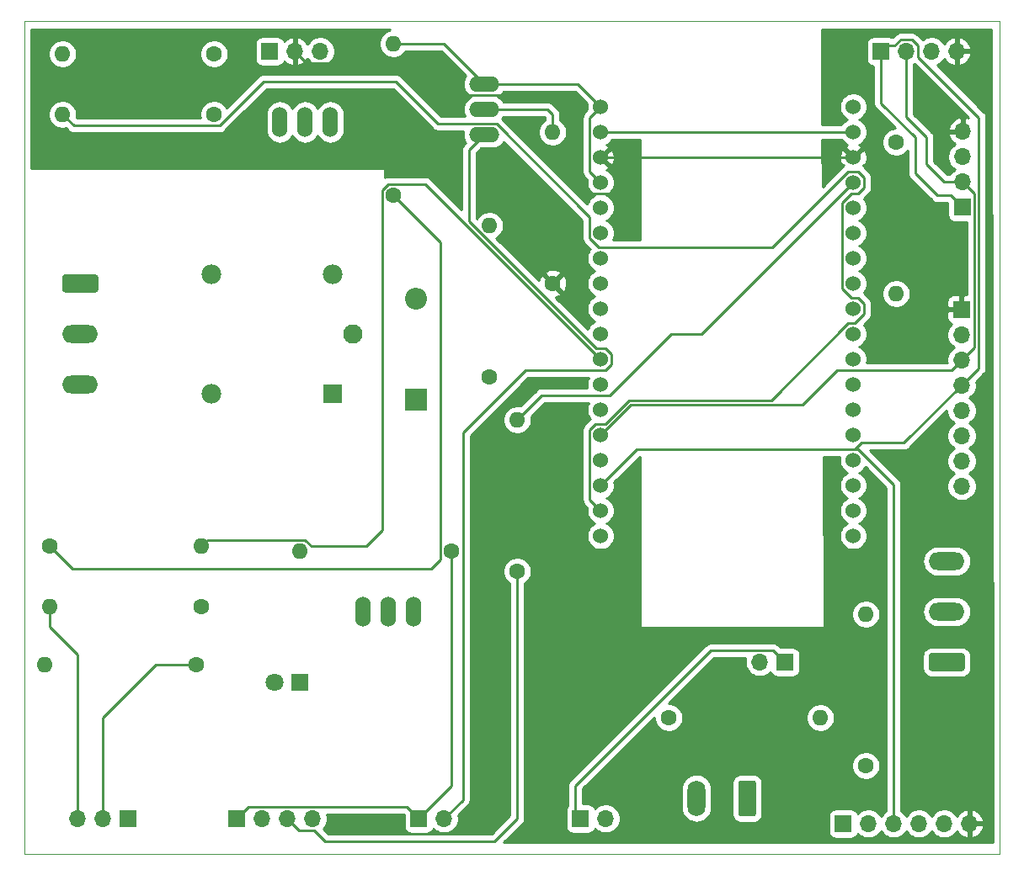
<source format=gbr>
%TF.GenerationSoftware,KiCad,Pcbnew,5.1.6-c6e7f7d~87~ubuntu20.04.1*%
%TF.CreationDate,2020-09-08T10:24:42-03:00*%
%TF.ProjectId,Projeto_placa,50726f6a-6574-46f5-9f70-6c6163612e6b,rev?*%
%TF.SameCoordinates,Original*%
%TF.FileFunction,Copper,L2,Bot*%
%TF.FilePolarity,Positive*%
%FSLAX46Y46*%
G04 Gerber Fmt 4.6, Leading zero omitted, Abs format (unit mm)*
G04 Created by KiCad (PCBNEW 5.1.6-c6e7f7d~87~ubuntu20.04.1) date 2020-09-08 10:24:42*
%MOMM*%
%LPD*%
G01*
G04 APERTURE LIST*
%TA.AperFunction,Profile*%
%ADD10C,0.050000*%
%TD*%
%TA.AperFunction,ComponentPad*%
%ADD11R,1.700000X1.700000*%
%TD*%
%TA.AperFunction,ComponentPad*%
%ADD12O,1.700000X1.700000*%
%TD*%
%TA.AperFunction,ComponentPad*%
%ADD13R,1.800000X1.800000*%
%TD*%
%TA.AperFunction,ComponentPad*%
%ADD14C,1.800000*%
%TD*%
%TA.AperFunction,ComponentPad*%
%ADD15R,2.200000X2.200000*%
%TD*%
%TA.AperFunction,ComponentPad*%
%ADD16O,2.200000X2.200000*%
%TD*%
%TA.AperFunction,ComponentPad*%
%ADD17O,1.800000X3.600000*%
%TD*%
%TA.AperFunction,ComponentPad*%
%ADD18O,3.600000X1.800000*%
%TD*%
%TA.AperFunction,ComponentPad*%
%ADD19R,1.980000X1.980000*%
%TD*%
%TA.AperFunction,ComponentPad*%
%ADD20C,1.935000*%
%TD*%
%TA.AperFunction,ComponentPad*%
%ADD21C,1.980000*%
%TD*%
%TA.AperFunction,ComponentPad*%
%ADD22O,1.524000X3.048000*%
%TD*%
%TA.AperFunction,ComponentPad*%
%ADD23O,3.048000X1.524000*%
%TD*%
%TA.AperFunction,ComponentPad*%
%ADD24C,1.600000*%
%TD*%
%TA.AperFunction,ComponentPad*%
%ADD25O,1.600000X1.600000*%
%TD*%
%TA.AperFunction,ComponentPad*%
%ADD26C,1.524000*%
%TD*%
%TA.AperFunction,Conductor*%
%ADD27C,0.250000*%
%TD*%
%TA.AperFunction,Conductor*%
%ADD28C,0.254000*%
%TD*%
G04 APERTURE END LIST*
D10*
X72644000Y-29464000D02*
X72644000Y-113284000D01*
X170688000Y-29464000D02*
X72644000Y-29464000D01*
X170688000Y-113284000D02*
X170688000Y-29464000D01*
X72644000Y-113284000D02*
X170688000Y-113284000D01*
D11*
%TO.P,J9,1*%
%TO.N,+3V3*%
X166852600Y-58496200D03*
D12*
%TO.P,J9,2*%
%TO.N,GND*%
X166852600Y-61036200D03*
%TO.P,J9,3*%
%TO.N,I2C_SCL*%
X166852600Y-63576200D03*
%TO.P,J9,4*%
%TO.N,I2C_SDA*%
X166852600Y-66116200D03*
%TO.P,J9,5*%
%TO.N,Net-(J9-Pad5)*%
X166852600Y-68656200D03*
%TO.P,J9,6*%
%TO.N,Net-(J9-Pad6)*%
X166852600Y-71196200D03*
%TO.P,J9,7*%
%TO.N,Net-(J9-Pad7)*%
X166852600Y-73736200D03*
%TO.P,J9,8*%
%TO.N,Net-(J9-Pad8)*%
X166852600Y-76276200D03*
%TD*%
D13*
%TO.P,D1,1*%
%TO.N,Net-(D1-Pad1)*%
X100330000Y-96012000D03*
D14*
%TO.P,D1,2*%
%TO.N,Net-(D1-Pad2)*%
X97790000Y-96012000D03*
%TD*%
D15*
%TO.P,D2,1*%
%TO.N,+5V*%
X112014000Y-67564000D03*
D16*
%TO.P,D2,2*%
%TO.N,Net-(D2-Pad2)*%
X112014000Y-57404000D03*
%TD*%
D11*
%TO.P,J1,1*%
%TO.N,VBAT*%
X128524000Y-109728000D03*
D12*
%TO.P,J1,2*%
%TO.N,GND*%
X131064000Y-109728000D03*
%TD*%
%TO.P,J2,3*%
%TO.N,GND*%
X102362000Y-32512000D03*
%TO.P,J2,2*%
%TO.N,+3V3*%
X99822000Y-32512000D03*
D11*
%TO.P,J2,1*%
%TO.N,+5V*%
X97282000Y-32512000D03*
%TD*%
%TO.P,J3,1*%
%TO.N,UART_EXT_TX*%
X83058000Y-109728000D03*
D12*
%TO.P,J3,2*%
%TO.N,UART_EXT_RX*%
X80518000Y-109728000D03*
%TO.P,J3,3*%
%TO.N,GND*%
X77978000Y-109728000D03*
%TD*%
D11*
%TO.P,J4,1*%
%TO.N,I2C_SDA*%
X158750000Y-32512000D03*
D12*
%TO.P,J4,2*%
%TO.N,I2C_SCL*%
X161290000Y-32512000D03*
%TO.P,J4,3*%
%TO.N,GND*%
X163830000Y-32512000D03*
%TO.P,J4,4*%
%TO.N,+3V3*%
X166370000Y-32512000D03*
%TD*%
%TO.P,J5,4*%
%TO.N,+3V3*%
X166941500Y-40589200D03*
%TO.P,J5,3*%
%TO.N,GND*%
X166941500Y-43129200D03*
%TO.P,J5,2*%
%TO.N,I2C_SCL*%
X166941500Y-45669200D03*
D11*
%TO.P,J5,1*%
%TO.N,I2C_SDA*%
X166941500Y-48209200D03*
%TD*%
%TO.P,J6,1*%
%TO.N,+5V*%
X93980000Y-109728000D03*
D12*
%TO.P,J6,2*%
%TO.N,GND*%
X96520000Y-109728000D03*
%TO.P,J6,3*%
%TO.N,MQ2_DOUT_5V*%
X99060000Y-109728000D03*
%TO.P,J6,4*%
%TO.N,Net-(J6-Pad4)*%
X101600000Y-109728000D03*
%TD*%
D11*
%TO.P,J7,1*%
%TO.N,+5V*%
X112268000Y-109728000D03*
D12*
%TO.P,J7,2*%
%TO.N,REED_SW_5V*%
X114808000Y-109728000D03*
%TD*%
D11*
%TO.P,J8,1*%
%TO.N,Net-(J10-Pad1)*%
X154940000Y-110236000D03*
D12*
%TO.P,J8,2*%
%TO.N,Net-(J10-Pad2)*%
X157480000Y-110236000D03*
%TO.P,J8,3*%
%TO.N,I2C_SDA*%
X160020000Y-110236000D03*
%TO.P,J8,4*%
%TO.N,I2C_SCL*%
X162560000Y-110236000D03*
%TO.P,J8,5*%
%TO.N,GND*%
X165100000Y-110236000D03*
%TO.P,J8,6*%
%TO.N,+3V3*%
X167640000Y-110236000D03*
%TD*%
%TO.P,J10,1*%
%TO.N,Net-(J10-Pad1)*%
%TA.AperFunction,ComponentPad*%
G36*
G01*
X146188000Y-106146000D02*
X146188000Y-109246000D01*
G75*
G02*
X145938000Y-109496000I-250000J0D01*
G01*
X144638000Y-109496000D01*
G75*
G02*
X144388000Y-109246000I0J250000D01*
G01*
X144388000Y-106146000D01*
G75*
G02*
X144638000Y-105896000I250000J0D01*
G01*
X145938000Y-105896000D01*
G75*
G02*
X146188000Y-106146000I0J-250000D01*
G01*
G37*
%TD.AperFunction*%
D17*
%TO.P,J10,2*%
%TO.N,Net-(J10-Pad2)*%
X140208000Y-107696000D03*
%TD*%
%TO.P,J11,1*%
%TO.N,ANALOG_1*%
%TA.AperFunction,ComponentPad*%
G36*
G01*
X166904000Y-94880000D02*
X163804000Y-94880000D01*
G75*
G02*
X163554000Y-94630000I0J250000D01*
G01*
X163554000Y-93330000D01*
G75*
G02*
X163804000Y-93080000I250000J0D01*
G01*
X166904000Y-93080000D01*
G75*
G02*
X167154000Y-93330000I0J-250000D01*
G01*
X167154000Y-94630000D01*
G75*
G02*
X166904000Y-94880000I-250000J0D01*
G01*
G37*
%TD.AperFunction*%
D18*
%TO.P,J11,2*%
%TO.N,ANALOG_2*%
X165354000Y-88900000D03*
%TO.P,J11,3*%
%TO.N,GND*%
X165354000Y-83820000D03*
%TD*%
D12*
%TO.P,J12,2*%
%TO.N,GND*%
X146558000Y-93980000D03*
D11*
%TO.P,J12,1*%
%TO.N,VBAT*%
X149098000Y-93980000D03*
%TD*%
D18*
%TO.P,J13,3*%
%TO.N,Net-(J13-Pad3)*%
X78232000Y-66040000D03*
%TO.P,J13,2*%
%TO.N,Net-(J13-Pad2)*%
X78232000Y-60960000D03*
%TO.P,J13,1*%
%TO.N,Net-(J13-Pad1)*%
%TA.AperFunction,ComponentPad*%
G36*
G01*
X76682000Y-54980000D02*
X79782000Y-54980000D01*
G75*
G02*
X80032000Y-55230000I0J-250000D01*
G01*
X80032000Y-56530000D01*
G75*
G02*
X79782000Y-56780000I-250000J0D01*
G01*
X76682000Y-56780000D01*
G75*
G02*
X76432000Y-56530000I0J250000D01*
G01*
X76432000Y-55230000D01*
G75*
G02*
X76682000Y-54980000I250000J0D01*
G01*
G37*
%TD.AperFunction*%
%TD*%
D19*
%TO.P,K1,A1*%
%TO.N,+5V*%
X103636000Y-66960000D03*
D20*
%TO.P,K1,COM*%
%TO.N,Net-(J13-Pad2)*%
X105636000Y-60960000D03*
D21*
%TO.P,K1,A2*%
%TO.N,Net-(D2-Pad2)*%
X103636000Y-54960000D03*
%TO.P,K1,NO*%
%TO.N,Net-(J13-Pad1)*%
X91436000Y-54960000D03*
%TO.P,K1,NC*%
%TO.N,Net-(J13-Pad3)*%
X91436000Y-66960000D03*
%TD*%
D22*
%TO.P,Q1,1*%
%TO.N,Net-(Q1-Pad1)*%
X106680000Y-88900000D03*
%TO.P,Q1,2*%
%TO.N,Net-(D1-Pad1)*%
X109220000Y-88900000D03*
%TO.P,Q1,3*%
%TO.N,GND*%
X111760000Y-88900000D03*
%TD*%
%TO.P,Q2,3*%
%TO.N,GND*%
X103378000Y-39624000D03*
%TO.P,Q2,2*%
%TO.N,Net-(D2-Pad2)*%
X100838000Y-39624000D03*
%TO.P,Q2,1*%
%TO.N,Net-(Q2-Pad1)*%
X98298000Y-39624000D03*
%TD*%
D23*
%TO.P,Q3,1*%
%TO.N,REED_SW_5V*%
X118872000Y-40894000D03*
%TO.P,Q3,2*%
%TO.N,REED_SW_3V3*%
X118872000Y-38354000D03*
%TO.P,Q3,3*%
%TO.N,GND*%
X118872000Y-35814000D03*
%TD*%
D24*
%TO.P,R1,1*%
%TO.N,VBAT*%
X157226000Y-104394000D03*
D25*
%TO.P,R1,2*%
%TO.N,ADC_BAT*%
X157226000Y-89154000D03*
%TD*%
%TO.P,R2,2*%
%TO.N,GND*%
X152654000Y-99568000D03*
D24*
%TO.P,R2,1*%
%TO.N,ADC_BAT*%
X137414000Y-99568000D03*
%TD*%
D25*
%TO.P,R3,2*%
%TO.N,LED_1*%
X90424000Y-82296000D03*
D24*
%TO.P,R3,1*%
%TO.N,Net-(Q1-Pad1)*%
X75184000Y-82296000D03*
%TD*%
%TO.P,R4,1*%
%TO.N,Net-(Q1-Pad1)*%
X109728000Y-46990000D03*
D25*
%TO.P,R4,2*%
%TO.N,GND*%
X109728000Y-31750000D03*
%TD*%
D24*
%TO.P,R5,1*%
%TO.N,+5V*%
X115570000Y-82804000D03*
D25*
%TO.P,R5,2*%
%TO.N,Net-(D1-Pad2)*%
X100330000Y-82804000D03*
%TD*%
D24*
%TO.P,R6,1*%
%TO.N,UART_EXT_RX*%
X89916000Y-94234000D03*
D25*
%TO.P,R6,2*%
%TO.N,UART_EXT_RX_3V3*%
X74676000Y-94234000D03*
%TD*%
%TO.P,R7,2*%
%TO.N,GND*%
X75184000Y-88392000D03*
D24*
%TO.P,R7,1*%
%TO.N,Net-(JP1-Pad2)*%
X90424000Y-88392000D03*
%TD*%
%TO.P,R8,1*%
%TO.N,Net-(Q2-Pad1)*%
X91694000Y-38862000D03*
D25*
%TO.P,R8,2*%
%TO.N,RELAY*%
X76454000Y-38862000D03*
%TD*%
%TO.P,R9,2*%
%TO.N,GND*%
X76454000Y-32766000D03*
D24*
%TO.P,R9,1*%
%TO.N,Net-(Q2-Pad1)*%
X91694000Y-32766000D03*
%TD*%
D25*
%TO.P,R11,2*%
%TO.N,MQ2_DOUT_3V3*%
X122174000Y-69596000D03*
D24*
%TO.P,R11,1*%
%TO.N,MQ2_DOUT_5V*%
X122174000Y-84836000D03*
%TD*%
%TO.P,R12,1*%
%TO.N,MQ2_DOUT_3V3*%
X119380000Y-65278000D03*
D25*
%TO.P,R12,2*%
%TO.N,GND*%
X119380000Y-50038000D03*
%TD*%
%TO.P,R13,2*%
%TO.N,GND*%
X160274000Y-56896000D03*
D24*
%TO.P,R13,1*%
%TO.N,REED_SW_5V*%
X160274000Y-41656000D03*
%TD*%
%TO.P,R14,1*%
%TO.N,+3V3*%
X125730000Y-55880000D03*
D25*
%TO.P,R14,2*%
%TO.N,REED_SW_3V3*%
X125730000Y-40640000D03*
%TD*%
D26*
%TO.P,U1,1*%
%TO.N,GND*%
X130556000Y-38100000D03*
%TO.P,U1,2*%
%TO.N,+5V*%
X130556000Y-40640000D03*
%TO.P,U1,3*%
%TO.N,+3V3*%
X130556000Y-43180000D03*
%TO.P,U1,4*%
%TO.N,GND*%
X130556000Y-45720000D03*
%TO.P,U1,5*%
%TO.N,Net-(U1-Pad5)*%
X130556000Y-48260000D03*
%TO.P,U1,6*%
%TO.N,Net-(U1-Pad6)*%
X130556000Y-50800000D03*
%TO.P,U1,7*%
%TO.N,Net-(U1-Pad7)*%
X130556000Y-53340000D03*
%TO.P,U1,8*%
%TO.N,Net-(U1-Pad8)*%
X130556000Y-55880000D03*
%TO.P,U1,9*%
%TO.N,Net-(U1-Pad9)*%
X130556000Y-58420000D03*
%TO.P,U1,10*%
%TO.N,Net-(U1-Pad10)*%
X130556000Y-60960000D03*
%TO.P,U1,11*%
%TO.N,LED_1*%
X130556000Y-63500000D03*
%TO.P,U1,12*%
%TO.N,Net-(U1-Pad12)*%
X130556000Y-66040000D03*
%TO.P,U1,13*%
%TO.N,Net-(U1-Pad13)*%
X130556000Y-68580000D03*
%TO.P,U1,14*%
%TO.N,I2C_SCL*%
X130556000Y-71120000D03*
%TO.P,U1,15*%
%TO.N,ANALOG_1*%
X130556000Y-73660000D03*
%TO.P,U1,16*%
%TO.N,I2C_SDA*%
X130556000Y-76200000D03*
%TO.P,U1,17*%
%TO.N,RELAY*%
X130556000Y-78740000D03*
%TO.P,U1,18*%
%TO.N,Net-(U1-Pad18)*%
X130556000Y-81280000D03*
%TO.P,U1,19*%
%TO.N,UART_EXT_TX*%
X155956000Y-81280000D03*
%TO.P,U1,20*%
%TO.N,ADC_BAT*%
X155956000Y-78740000D03*
%TO.P,U1,21*%
%TO.N,UART_EXT_RX_3V3*%
X155956000Y-76200000D03*
%TO.P,U1,22*%
%TO.N,Net-(U1-Pad22)*%
X155956000Y-73660000D03*
%TO.P,U1,23*%
%TO.N,Net-(U1-Pad23)*%
X155956000Y-71120000D03*
%TO.P,U1,24*%
%TO.N,Net-(U1-Pad24)*%
X155956000Y-68580000D03*
%TO.P,U1,25*%
%TO.N,ANALOG_2*%
X155956000Y-66040000D03*
%TO.P,U1,26*%
%TO.N,Net-(U1-Pad26)*%
X155956000Y-63500000D03*
%TO.P,U1,27*%
%TO.N,Net-(U1-Pad27)*%
X155956000Y-60960000D03*
%TO.P,U1,28*%
%TO.N,Net-(U1-Pad28)*%
X155956000Y-58420000D03*
%TO.P,U1,29*%
%TO.N,REED_SW_3V3*%
X155956000Y-55880000D03*
%TO.P,U1,30*%
%TO.N,Net-(U1-Pad30)*%
X155956000Y-53340000D03*
%TO.P,U1,31*%
%TO.N,Net-(U1-Pad31)*%
X155956000Y-50800000D03*
%TO.P,U1,32*%
%TO.N,Net-(U1-Pad32)*%
X155956000Y-48260000D03*
%TO.P,U1,33*%
%TO.N,MQ2_DOUT_3V3*%
X155956000Y-45720000D03*
%TO.P,U1,34*%
%TO.N,+3V3*%
X155956000Y-43180000D03*
%TO.P,U1,35*%
%TO.N,+5V*%
X155956000Y-40640000D03*
%TO.P,U1,36*%
%TO.N,GND*%
X155956000Y-38100000D03*
%TD*%
D27*
%TO.N,+5V*%
X155956000Y-40640000D02*
X130556000Y-40640000D01*
X111092999Y-108552999D02*
X112268000Y-109728000D01*
X95155001Y-108552999D02*
X111092999Y-108552999D01*
X93980000Y-109728000D02*
X95155001Y-108552999D01*
X115570000Y-106426000D02*
X112268000Y-109728000D01*
X115570000Y-82804000D02*
X115570000Y-106426000D01*
%TO.N,VBAT*%
X147922999Y-92804999D02*
X141637001Y-92804999D01*
X149098000Y-93980000D02*
X147922999Y-92804999D01*
X128016000Y-109220000D02*
X128524000Y-109728000D01*
X128016000Y-106426000D02*
X128016000Y-109220000D01*
X141637001Y-92804999D02*
X128016000Y-106426000D01*
%TO.N,GND*%
X75184000Y-88392000D02*
X75184000Y-90424000D01*
X77978000Y-93218000D02*
X77978000Y-109728000D01*
X75184000Y-90424000D02*
X77978000Y-93218000D01*
X128270000Y-35814000D02*
X130556000Y-38100000D01*
X118872000Y-35814000D02*
X128270000Y-35814000D01*
X129468999Y-39187001D02*
X130556000Y-38100000D01*
X129468999Y-44632999D02*
X129468999Y-39187001D01*
X130556000Y-45720000D02*
X129468999Y-44632999D01*
X114808000Y-31750000D02*
X118872000Y-35814000D01*
X109728000Y-31750000D02*
X114808000Y-31750000D01*
%TO.N,+3V3*%
X130556000Y-43180000D02*
X155956000Y-43180000D01*
X166116000Y-32766000D02*
X166370000Y-32512000D01*
X113748208Y-36901010D02*
X110534199Y-33687001D01*
X125635910Y-36901010D02*
X113748208Y-36901010D01*
X100997001Y-33687001D02*
X99822000Y-32512000D01*
X110534199Y-33687001D02*
X100997001Y-33687001D01*
X127720675Y-45196075D02*
X127720675Y-38985775D01*
X129331601Y-46807001D02*
X127720675Y-45196075D01*
X131881999Y-46807001D02*
X129331601Y-46807001D01*
X132384800Y-45008800D02*
X132384800Y-46304200D01*
X127720675Y-38985775D02*
X125635910Y-36901010D01*
X132384800Y-46304200D02*
X131881999Y-46807001D01*
X130556000Y-43180000D02*
X132384800Y-45008800D01*
%TO.N,UART_EXT_RX*%
X89916000Y-94234000D02*
X85852000Y-94234000D01*
X80518000Y-99568000D02*
X80518000Y-109728000D01*
X85852000Y-94234000D02*
X80518000Y-99568000D01*
%TO.N,I2C_SDA*%
X165766499Y-47034199D02*
X164432999Y-47034199D01*
X166941500Y-48209200D02*
X165766499Y-47034199D01*
X164432999Y-47034199D02*
X162204400Y-44805600D01*
X162204400Y-44805600D02*
X162204400Y-41186100D01*
X158750000Y-37731700D02*
X158750000Y-32512000D01*
X162204400Y-41186100D02*
X158750000Y-37731700D01*
X166852600Y-66116200D02*
X161048700Y-71920100D01*
X134183001Y-72572999D02*
X130556000Y-76200000D01*
X156764662Y-71920100D02*
X156111763Y-72572999D01*
X161048700Y-71920100D02*
X156764662Y-71920100D01*
X168566510Y-39177510D02*
X168566510Y-64402290D01*
X162465001Y-33076001D02*
X168566510Y-39177510D01*
X161854001Y-31336999D02*
X162465001Y-31947999D01*
X160725999Y-31336999D02*
X161854001Y-31336999D01*
X168566510Y-64402290D02*
X166852600Y-66116200D01*
X162465001Y-31947999D02*
X162465001Y-33076001D01*
X160114999Y-31947999D02*
X160725999Y-31336999D01*
X160020000Y-76115238D02*
X156477761Y-72572999D01*
X160020000Y-110236000D02*
X160020000Y-76115238D01*
X156477761Y-72572999D02*
X155785701Y-72572999D01*
X155785701Y-72572999D02*
X134183001Y-72572999D01*
X156111763Y-72572999D02*
X155785701Y-72572999D01*
X159314001Y-31947999D02*
X158750000Y-32512000D01*
X160114999Y-31947999D02*
X159314001Y-31947999D01*
%TO.N,I2C_SCL*%
X130556000Y-71120000D02*
X133604000Y-68072000D01*
X163334700Y-43903900D02*
X165100000Y-45669200D01*
X163334700Y-41186100D02*
X163334700Y-43903900D01*
X161290000Y-39141400D02*
X163334700Y-41186100D01*
X165100000Y-45669200D02*
X166941500Y-45669200D01*
X161290000Y-32512000D02*
X161290000Y-39141400D01*
X165841799Y-64587001D02*
X166852600Y-63576200D01*
X154303759Y-64587001D02*
X165841799Y-64587001D01*
X150818760Y-68072000D02*
X154303759Y-64587001D01*
X133604000Y-68072000D02*
X150818760Y-68072000D01*
X168116501Y-62312299D02*
X166852600Y-63576200D01*
X168116501Y-46844201D02*
X168116501Y-62312299D01*
X166941500Y-45669200D02*
X168116501Y-46844201D01*
%TO.N,MQ2_DOUT_5V*%
X122174000Y-84836000D02*
X122174000Y-109728000D01*
X122174000Y-109728000D02*
X119888000Y-112014000D01*
X100235001Y-110903001D02*
X99060000Y-109728000D01*
X101759001Y-110903001D02*
X100235001Y-110903001D01*
X102870000Y-112014000D02*
X101759001Y-110903001D01*
X119888000Y-112014000D02*
X102870000Y-112014000D01*
%TO.N,REED_SW_5V*%
X117348000Y-49655590D02*
X117348000Y-42418000D01*
X117348000Y-42418000D02*
X118872000Y-40894000D01*
X131643001Y-62978239D02*
X131077761Y-62412999D01*
X131643001Y-64021761D02*
X131643001Y-62978239D01*
X131077761Y-64587001D02*
X131643001Y-64021761D01*
X131077761Y-62412999D02*
X130105409Y-62412999D01*
X122971003Y-64587001D02*
X131077761Y-64587001D01*
X116695001Y-70863003D02*
X122971003Y-64587001D01*
X130105409Y-62412999D02*
X117348000Y-49655590D01*
X116695001Y-107840999D02*
X116695001Y-70863003D01*
X114808000Y-109728000D02*
X116695001Y-107840999D01*
%TO.N,Net-(Q1-Pad1)*%
X114376200Y-51638200D02*
X109728000Y-46990000D01*
X114444999Y-83675001D02*
X114444999Y-51706999D01*
X114444999Y-51706999D02*
X114376200Y-51638200D01*
X113538000Y-84582000D02*
X114444999Y-83675001D01*
X77470000Y-84582000D02*
X113538000Y-84582000D01*
X75184000Y-82296000D02*
X77470000Y-84582000D01*
%TO.N,REED_SW_3V3*%
X125730000Y-40640000D02*
X125730000Y-38862000D01*
X125222000Y-38354000D02*
X118872000Y-38354000D01*
X125730000Y-38862000D02*
X125222000Y-38354000D01*
%TO.N,LED_1*%
X100838000Y-81678999D02*
X91041001Y-81678999D01*
X101455001Y-82296000D02*
X100838000Y-81678999D01*
X106972100Y-82296000D02*
X101455001Y-82296000D01*
X108602999Y-46449999D02*
X108602999Y-80665101D01*
X108602999Y-80665101D02*
X106972100Y-82296000D01*
X109187999Y-45864999D02*
X108602999Y-46449999D01*
X112920999Y-45864999D02*
X109187999Y-45864999D01*
X91041001Y-81678999D02*
X90424000Y-82296000D01*
X130556000Y-63500000D02*
X112920999Y-45864999D01*
%TO.N,RELAY*%
X92234001Y-39987001D02*
X96661002Y-35560000D01*
X77579001Y-39987001D02*
X92234001Y-39987001D01*
X76454000Y-38862000D02*
X77579001Y-39987001D01*
X129468999Y-77652999D02*
X130556000Y-78740000D01*
X130034239Y-70032999D02*
X129468999Y-70598239D01*
X131006591Y-70032999D02*
X130034239Y-70032999D01*
X133417599Y-67621991D02*
X131006591Y-70032999D01*
X147685247Y-67621991D02*
X133417599Y-67621991D01*
X155434239Y-59872999D02*
X147685247Y-67621991D01*
X156111763Y-59872999D02*
X155434239Y-59872999D01*
X157043001Y-58941761D02*
X156111763Y-59872999D01*
X155800237Y-57332999D02*
X156477761Y-57332999D01*
X129468999Y-70598239D02*
X129468999Y-71641761D01*
X156477761Y-57332999D02*
X157043001Y-57898239D01*
X154868999Y-47738239D02*
X154868999Y-56401761D01*
X155800237Y-46807001D02*
X154868999Y-47738239D01*
X157043001Y-57898239D02*
X157043001Y-58941761D01*
X156477761Y-46807001D02*
X155800237Y-46807001D01*
X157043001Y-45198239D02*
X157043001Y-46241761D01*
X156477761Y-44632999D02*
X157043001Y-45198239D01*
X154868999Y-56401761D02*
X155800237Y-57332999D01*
X155434239Y-44632999D02*
X156477761Y-44632999D01*
X147814239Y-52252999D02*
X155434239Y-44632999D01*
X130400237Y-52252999D02*
X147814239Y-52252999D01*
X129468999Y-51321761D02*
X130400237Y-52252999D01*
X129468999Y-49191735D02*
X129468999Y-51321761D01*
X157043001Y-46241761D02*
X156477761Y-46807001D01*
X120084254Y-39806990D02*
X129468999Y-49191735D01*
X114228990Y-39806990D02*
X120084254Y-39806990D01*
X109982000Y-35560000D02*
X114228990Y-39806990D01*
X96661002Y-35560000D02*
X109982000Y-35560000D01*
X129468999Y-71641761D02*
X129468999Y-73197601D01*
X129468999Y-73197601D02*
X129468999Y-77652999D01*
X129468999Y-73138239D02*
X129468999Y-73197601D01*
%TO.N,MQ2_DOUT_3V3*%
X124642999Y-67127001D02*
X131500999Y-67127001D01*
X122174000Y-69596000D02*
X124642999Y-67127001D01*
X131500999Y-67127001D02*
X137668000Y-60960000D01*
X140716000Y-60960000D02*
X155956000Y-45720000D01*
X137668000Y-60960000D02*
X140716000Y-60960000D01*
%TD*%
D28*
%TO.N,+3V3*%
G36*
X170028000Y-104192986D02*
G01*
X170028000Y-112141000D01*
X120835801Y-112141000D01*
X122685003Y-110291799D01*
X122714001Y-110268001D01*
X122808974Y-110152276D01*
X122879546Y-110020247D01*
X122923003Y-109876986D01*
X122934000Y-109765333D01*
X122934000Y-109765324D01*
X122937676Y-109728001D01*
X122934000Y-109690678D01*
X122934000Y-108878000D01*
X127035928Y-108878000D01*
X127035928Y-110578000D01*
X127048188Y-110702482D01*
X127084498Y-110822180D01*
X127143463Y-110932494D01*
X127222815Y-111029185D01*
X127319506Y-111108537D01*
X127429820Y-111167502D01*
X127549518Y-111203812D01*
X127674000Y-111216072D01*
X129374000Y-111216072D01*
X129498482Y-111203812D01*
X129618180Y-111167502D01*
X129728494Y-111108537D01*
X129825185Y-111029185D01*
X129904537Y-110932494D01*
X129963502Y-110822180D01*
X129985513Y-110749620D01*
X130117368Y-110881475D01*
X130360589Y-111043990D01*
X130630842Y-111155932D01*
X130917740Y-111213000D01*
X131210260Y-111213000D01*
X131497158Y-111155932D01*
X131767411Y-111043990D01*
X132010632Y-110881475D01*
X132217475Y-110674632D01*
X132379990Y-110431411D01*
X132491932Y-110161158D01*
X132549000Y-109874260D01*
X132549000Y-109581740D01*
X132491932Y-109294842D01*
X132379990Y-109024589D01*
X132217475Y-108781368D01*
X132010632Y-108574525D01*
X131767411Y-108412010D01*
X131497158Y-108300068D01*
X131210260Y-108243000D01*
X130917740Y-108243000D01*
X130630842Y-108300068D01*
X130360589Y-108412010D01*
X130117368Y-108574525D01*
X129985513Y-108706380D01*
X129963502Y-108633820D01*
X129904537Y-108523506D01*
X129825185Y-108426815D01*
X129728494Y-108347463D01*
X129618180Y-108288498D01*
X129498482Y-108252188D01*
X129374000Y-108239928D01*
X128776000Y-108239928D01*
X128776000Y-106740801D01*
X128796209Y-106720592D01*
X138673000Y-106720592D01*
X138673000Y-108671407D01*
X138695210Y-108896912D01*
X138782983Y-109186260D01*
X138925519Y-109452926D01*
X139117339Y-109686661D01*
X139351073Y-109878481D01*
X139617739Y-110021017D01*
X139907087Y-110108790D01*
X140208000Y-110138427D01*
X140508912Y-110108790D01*
X140798260Y-110021017D01*
X141064926Y-109878481D01*
X141298661Y-109686661D01*
X141490481Y-109452927D01*
X141633017Y-109186261D01*
X141720790Y-108896913D01*
X141743000Y-108671408D01*
X141743000Y-106720592D01*
X141720790Y-106495087D01*
X141633017Y-106205739D01*
X141601086Y-106146000D01*
X143749928Y-106146000D01*
X143749928Y-109246000D01*
X143766992Y-109419254D01*
X143817528Y-109585850D01*
X143899595Y-109739386D01*
X144010038Y-109873962D01*
X144144614Y-109984405D01*
X144298150Y-110066472D01*
X144464746Y-110117008D01*
X144638000Y-110134072D01*
X145938000Y-110134072D01*
X146111254Y-110117008D01*
X146277850Y-110066472D01*
X146431386Y-109984405D01*
X146565962Y-109873962D01*
X146676405Y-109739386D01*
X146758472Y-109585850D01*
X146809008Y-109419254D01*
X146826072Y-109246000D01*
X146826072Y-106146000D01*
X146809008Y-105972746D01*
X146758472Y-105806150D01*
X146676405Y-105652614D01*
X146565962Y-105518038D01*
X146431386Y-105407595D01*
X146277850Y-105325528D01*
X146111254Y-105274992D01*
X145938000Y-105257928D01*
X144638000Y-105257928D01*
X144464746Y-105274992D01*
X144298150Y-105325528D01*
X144144614Y-105407595D01*
X144010038Y-105518038D01*
X143899595Y-105652614D01*
X143817528Y-105806150D01*
X143766992Y-105972746D01*
X143749928Y-106146000D01*
X141601086Y-106146000D01*
X141490481Y-105939073D01*
X141298661Y-105705339D01*
X141064927Y-105513519D01*
X140798261Y-105370983D01*
X140508913Y-105283210D01*
X140208000Y-105253573D01*
X139907088Y-105283210D01*
X139617740Y-105370983D01*
X139351074Y-105513519D01*
X139117340Y-105705339D01*
X138925520Y-105939073D01*
X138782984Y-106205739D01*
X138695211Y-106495087D01*
X138673000Y-106720592D01*
X128796209Y-106720592D01*
X131264136Y-104252665D01*
X155791000Y-104252665D01*
X155791000Y-104535335D01*
X155846147Y-104812574D01*
X155954320Y-105073727D01*
X156111363Y-105308759D01*
X156311241Y-105508637D01*
X156546273Y-105665680D01*
X156807426Y-105773853D01*
X157084665Y-105829000D01*
X157367335Y-105829000D01*
X157644574Y-105773853D01*
X157905727Y-105665680D01*
X158140759Y-105508637D01*
X158340637Y-105308759D01*
X158497680Y-105073727D01*
X158605853Y-104812574D01*
X158661000Y-104535335D01*
X158661000Y-104252665D01*
X158605853Y-103975426D01*
X158497680Y-103714273D01*
X158340637Y-103479241D01*
X158140759Y-103279363D01*
X157905727Y-103122320D01*
X157644574Y-103014147D01*
X157367335Y-102959000D01*
X157084665Y-102959000D01*
X156807426Y-103014147D01*
X156546273Y-103122320D01*
X156311241Y-103279363D01*
X156111363Y-103479241D01*
X155954320Y-103714273D01*
X155846147Y-103975426D01*
X155791000Y-104252665D01*
X131264136Y-104252665D01*
X135979000Y-99537802D01*
X135979000Y-99709335D01*
X136034147Y-99986574D01*
X136142320Y-100247727D01*
X136299363Y-100482759D01*
X136499241Y-100682637D01*
X136734273Y-100839680D01*
X136995426Y-100947853D01*
X137272665Y-101003000D01*
X137555335Y-101003000D01*
X137832574Y-100947853D01*
X138093727Y-100839680D01*
X138328759Y-100682637D01*
X138528637Y-100482759D01*
X138685680Y-100247727D01*
X138793853Y-99986574D01*
X138849000Y-99709335D01*
X138849000Y-99426665D01*
X151219000Y-99426665D01*
X151219000Y-99709335D01*
X151274147Y-99986574D01*
X151382320Y-100247727D01*
X151539363Y-100482759D01*
X151739241Y-100682637D01*
X151974273Y-100839680D01*
X152235426Y-100947853D01*
X152512665Y-101003000D01*
X152795335Y-101003000D01*
X153072574Y-100947853D01*
X153333727Y-100839680D01*
X153568759Y-100682637D01*
X153768637Y-100482759D01*
X153925680Y-100247727D01*
X154033853Y-99986574D01*
X154089000Y-99709335D01*
X154089000Y-99426665D01*
X154033853Y-99149426D01*
X153925680Y-98888273D01*
X153768637Y-98653241D01*
X153568759Y-98453363D01*
X153333727Y-98296320D01*
X153072574Y-98188147D01*
X152795335Y-98133000D01*
X152512665Y-98133000D01*
X152235426Y-98188147D01*
X151974273Y-98296320D01*
X151739241Y-98453363D01*
X151539363Y-98653241D01*
X151382320Y-98888273D01*
X151274147Y-99149426D01*
X151219000Y-99426665D01*
X138849000Y-99426665D01*
X138793853Y-99149426D01*
X138685680Y-98888273D01*
X138528637Y-98653241D01*
X138328759Y-98453363D01*
X138093727Y-98296320D01*
X137832574Y-98188147D01*
X137555335Y-98133000D01*
X137383802Y-98133000D01*
X141951803Y-93564999D01*
X145126456Y-93564999D01*
X145073000Y-93833740D01*
X145073000Y-94126260D01*
X145130068Y-94413158D01*
X145242010Y-94683411D01*
X145404525Y-94926632D01*
X145611368Y-95133475D01*
X145854589Y-95295990D01*
X146124842Y-95407932D01*
X146411740Y-95465000D01*
X146704260Y-95465000D01*
X146991158Y-95407932D01*
X147261411Y-95295990D01*
X147504632Y-95133475D01*
X147636487Y-95001620D01*
X147658498Y-95074180D01*
X147717463Y-95184494D01*
X147796815Y-95281185D01*
X147893506Y-95360537D01*
X148003820Y-95419502D01*
X148123518Y-95455812D01*
X148248000Y-95468072D01*
X149948000Y-95468072D01*
X150072482Y-95455812D01*
X150192180Y-95419502D01*
X150302494Y-95360537D01*
X150399185Y-95281185D01*
X150478537Y-95184494D01*
X150537502Y-95074180D01*
X150573812Y-94954482D01*
X150586072Y-94830000D01*
X150586072Y-93130000D01*
X150573812Y-93005518D01*
X150537502Y-92885820D01*
X150478537Y-92775506D01*
X150399185Y-92678815D01*
X150302494Y-92599463D01*
X150192180Y-92540498D01*
X150072482Y-92504188D01*
X149948000Y-92491928D01*
X148684729Y-92491928D01*
X148486803Y-92294002D01*
X148463000Y-92264998D01*
X148347275Y-92170025D01*
X148215246Y-92099453D01*
X148071985Y-92055996D01*
X147960332Y-92044999D01*
X147960321Y-92044999D01*
X147922999Y-92041323D01*
X147885677Y-92044999D01*
X141674323Y-92044999D01*
X141637000Y-92041323D01*
X141599677Y-92044999D01*
X141599668Y-92044999D01*
X141488015Y-92055996D01*
X141344754Y-92099453D01*
X141212725Y-92170025D01*
X141097000Y-92264998D01*
X141073202Y-92293996D01*
X127505003Y-105862196D01*
X127475999Y-105885999D01*
X127432443Y-105939073D01*
X127381026Y-106001724D01*
X127310455Y-106133753D01*
X127310454Y-106133754D01*
X127266997Y-106277015D01*
X127256000Y-106388668D01*
X127256000Y-106388678D01*
X127252324Y-106426000D01*
X127256000Y-106463323D01*
X127256001Y-108399580D01*
X127222815Y-108426815D01*
X127143463Y-108523506D01*
X127084498Y-108633820D01*
X127048188Y-108753518D01*
X127035928Y-108878000D01*
X122934000Y-108878000D01*
X122934000Y-86054043D01*
X123088759Y-85950637D01*
X123288637Y-85750759D01*
X123445680Y-85515727D01*
X123553853Y-85254574D01*
X123609000Y-84977335D01*
X123609000Y-84694665D01*
X123553853Y-84417426D01*
X123445680Y-84156273D01*
X123288637Y-83921241D01*
X123088759Y-83721363D01*
X122853727Y-83564320D01*
X122592574Y-83456147D01*
X122315335Y-83401000D01*
X122032665Y-83401000D01*
X121755426Y-83456147D01*
X121494273Y-83564320D01*
X121259241Y-83721363D01*
X121059363Y-83921241D01*
X120902320Y-84156273D01*
X120794147Y-84417426D01*
X120739000Y-84694665D01*
X120739000Y-84977335D01*
X120794147Y-85254574D01*
X120902320Y-85515727D01*
X121059363Y-85750759D01*
X121259241Y-85950637D01*
X121414000Y-86054043D01*
X121414001Y-109413197D01*
X119573199Y-111254000D01*
X103184802Y-111254000D01*
X102679454Y-110748653D01*
X102753475Y-110674632D01*
X102915990Y-110431411D01*
X103027932Y-110161158D01*
X103085000Y-109874260D01*
X103085000Y-109581740D01*
X103031544Y-109312999D01*
X110778198Y-109312999D01*
X110779928Y-109314729D01*
X110779928Y-110578000D01*
X110792188Y-110702482D01*
X110828498Y-110822180D01*
X110887463Y-110932494D01*
X110966815Y-111029185D01*
X111063506Y-111108537D01*
X111173820Y-111167502D01*
X111293518Y-111203812D01*
X111418000Y-111216072D01*
X113118000Y-111216072D01*
X113242482Y-111203812D01*
X113362180Y-111167502D01*
X113472494Y-111108537D01*
X113569185Y-111029185D01*
X113648537Y-110932494D01*
X113707502Y-110822180D01*
X113729513Y-110749620D01*
X113861368Y-110881475D01*
X114104589Y-111043990D01*
X114374842Y-111155932D01*
X114661740Y-111213000D01*
X114954260Y-111213000D01*
X115241158Y-111155932D01*
X115511411Y-111043990D01*
X115754632Y-110881475D01*
X115961475Y-110674632D01*
X116123990Y-110431411D01*
X116235932Y-110161158D01*
X116293000Y-109874260D01*
X116293000Y-109581740D01*
X116249210Y-109361592D01*
X117206010Y-108404793D01*
X117235002Y-108381000D01*
X117258796Y-108352007D01*
X117258800Y-108352003D01*
X117329974Y-108265276D01*
X117329975Y-108265275D01*
X117400547Y-108133246D01*
X117444004Y-107989985D01*
X117455001Y-107878332D01*
X117455001Y-107878323D01*
X117458677Y-107841000D01*
X117455001Y-107803677D01*
X117455001Y-71177804D01*
X123285805Y-65347001D01*
X129338890Y-65347001D01*
X129317995Y-65378273D01*
X129212686Y-65632510D01*
X129159000Y-65902408D01*
X129159000Y-66177592D01*
X129196676Y-66367001D01*
X124680322Y-66367001D01*
X124642999Y-66363325D01*
X124605676Y-66367001D01*
X124605666Y-66367001D01*
X124494013Y-66377998D01*
X124350752Y-66421455D01*
X124218723Y-66492027D01*
X124102998Y-66587000D01*
X124079200Y-66615998D01*
X122497886Y-68197312D01*
X122315335Y-68161000D01*
X122032665Y-68161000D01*
X121755426Y-68216147D01*
X121494273Y-68324320D01*
X121259241Y-68481363D01*
X121059363Y-68681241D01*
X120902320Y-68916273D01*
X120794147Y-69177426D01*
X120739000Y-69454665D01*
X120739000Y-69737335D01*
X120794147Y-70014574D01*
X120902320Y-70275727D01*
X121059363Y-70510759D01*
X121259241Y-70710637D01*
X121494273Y-70867680D01*
X121755426Y-70975853D01*
X122032665Y-71031000D01*
X122315335Y-71031000D01*
X122592574Y-70975853D01*
X122853727Y-70867680D01*
X123088759Y-70710637D01*
X123288637Y-70510759D01*
X123445680Y-70275727D01*
X123553853Y-70014574D01*
X123609000Y-69737335D01*
X123609000Y-69454665D01*
X123572688Y-69272114D01*
X124957801Y-67887001D01*
X129338890Y-67887001D01*
X129317995Y-67918273D01*
X129212686Y-68172510D01*
X129159000Y-68442408D01*
X129159000Y-68717592D01*
X129212686Y-68987490D01*
X129317995Y-69241727D01*
X129470880Y-69470535D01*
X129493835Y-69493490D01*
X129470439Y-69521997D01*
X128958001Y-70034436D01*
X128928998Y-70058238D01*
X128883236Y-70114000D01*
X128834025Y-70173963D01*
X128803552Y-70230974D01*
X128763453Y-70305993D01*
X128719996Y-70449254D01*
X128708999Y-70560907D01*
X128708999Y-70560917D01*
X128705323Y-70598239D01*
X128708999Y-70635562D01*
X128709000Y-71604420D01*
X128708999Y-71604429D01*
X128709000Y-73100898D01*
X128708999Y-73100907D01*
X128708999Y-73160269D01*
X128709000Y-77615667D01*
X128705323Y-77652999D01*
X128719997Y-77801984D01*
X128763453Y-77945245D01*
X128834025Y-78077275D01*
X128905200Y-78164001D01*
X128928999Y-78193000D01*
X128957997Y-78216798D01*
X129189628Y-78448429D01*
X129159000Y-78602408D01*
X129159000Y-78877592D01*
X129212686Y-79147490D01*
X129317995Y-79401727D01*
X129470880Y-79630535D01*
X129665465Y-79825120D01*
X129894273Y-79978005D01*
X129971515Y-80010000D01*
X129894273Y-80041995D01*
X129665465Y-80194880D01*
X129470880Y-80389465D01*
X129317995Y-80618273D01*
X129212686Y-80872510D01*
X129159000Y-81142408D01*
X129159000Y-81417592D01*
X129212686Y-81687490D01*
X129317995Y-81941727D01*
X129470880Y-82170535D01*
X129665465Y-82365120D01*
X129894273Y-82518005D01*
X130148510Y-82623314D01*
X130418408Y-82677000D01*
X130693592Y-82677000D01*
X130963490Y-82623314D01*
X131217727Y-82518005D01*
X131446535Y-82365120D01*
X131641120Y-82170535D01*
X131794005Y-81941727D01*
X131899314Y-81687490D01*
X131953000Y-81417592D01*
X131953000Y-81142408D01*
X131899314Y-80872510D01*
X131794005Y-80618273D01*
X131641120Y-80389465D01*
X131446535Y-80194880D01*
X131217727Y-80041995D01*
X131140485Y-80010000D01*
X131217727Y-79978005D01*
X131446535Y-79825120D01*
X131641120Y-79630535D01*
X131794005Y-79401727D01*
X131899314Y-79147490D01*
X131953000Y-78877592D01*
X131953000Y-78602408D01*
X131899314Y-78332510D01*
X131794005Y-78078273D01*
X131641120Y-77849465D01*
X131446535Y-77654880D01*
X131217727Y-77501995D01*
X131140485Y-77470000D01*
X131217727Y-77438005D01*
X131446535Y-77285120D01*
X131641120Y-77090535D01*
X131794005Y-76861727D01*
X131899314Y-76607490D01*
X131953000Y-76337592D01*
X131953000Y-76062408D01*
X131922372Y-75908429D01*
X134493000Y-73337802D01*
X134493000Y-90424000D01*
X134495440Y-90448776D01*
X134502667Y-90472601D01*
X134514403Y-90494557D01*
X134530197Y-90513803D01*
X134549443Y-90529597D01*
X134571399Y-90541333D01*
X134595224Y-90548560D01*
X134620000Y-90551000D01*
X152908000Y-90551000D01*
X152932776Y-90548560D01*
X152956601Y-90541333D01*
X152978557Y-90529597D01*
X152997803Y-90513803D01*
X153013597Y-90494557D01*
X153025333Y-90472601D01*
X153032560Y-90448776D01*
X153034999Y-90423464D01*
X153029047Y-89012665D01*
X155791000Y-89012665D01*
X155791000Y-89295335D01*
X155846147Y-89572574D01*
X155954320Y-89833727D01*
X156111363Y-90068759D01*
X156311241Y-90268637D01*
X156546273Y-90425680D01*
X156807426Y-90533853D01*
X157084665Y-90589000D01*
X157367335Y-90589000D01*
X157644574Y-90533853D01*
X157905727Y-90425680D01*
X158140759Y-90268637D01*
X158340637Y-90068759D01*
X158497680Y-89833727D01*
X158605853Y-89572574D01*
X158661000Y-89295335D01*
X158661000Y-89012665D01*
X158605853Y-88735426D01*
X158497680Y-88474273D01*
X158340637Y-88239241D01*
X158140759Y-88039363D01*
X157905727Y-87882320D01*
X157644574Y-87774147D01*
X157367335Y-87719000D01*
X157084665Y-87719000D01*
X156807426Y-87774147D01*
X156546273Y-87882320D01*
X156311241Y-88039363D01*
X156111363Y-88239241D01*
X155954320Y-88474273D01*
X155846147Y-88735426D01*
X155791000Y-89012665D01*
X153029047Y-89012665D01*
X152962887Y-73332999D01*
X154596676Y-73332999D01*
X154559000Y-73522408D01*
X154559000Y-73797592D01*
X154612686Y-74067490D01*
X154717995Y-74321727D01*
X154870880Y-74550535D01*
X155065465Y-74745120D01*
X155294273Y-74898005D01*
X155371515Y-74930000D01*
X155294273Y-74961995D01*
X155065465Y-75114880D01*
X154870880Y-75309465D01*
X154717995Y-75538273D01*
X154612686Y-75792510D01*
X154559000Y-76062408D01*
X154559000Y-76337592D01*
X154612686Y-76607490D01*
X154717995Y-76861727D01*
X154870880Y-77090535D01*
X155065465Y-77285120D01*
X155294273Y-77438005D01*
X155371515Y-77470000D01*
X155294273Y-77501995D01*
X155065465Y-77654880D01*
X154870880Y-77849465D01*
X154717995Y-78078273D01*
X154612686Y-78332510D01*
X154559000Y-78602408D01*
X154559000Y-78877592D01*
X154612686Y-79147490D01*
X154717995Y-79401727D01*
X154870880Y-79630535D01*
X155065465Y-79825120D01*
X155294273Y-79978005D01*
X155371515Y-80010000D01*
X155294273Y-80041995D01*
X155065465Y-80194880D01*
X154870880Y-80389465D01*
X154717995Y-80618273D01*
X154612686Y-80872510D01*
X154559000Y-81142408D01*
X154559000Y-81417592D01*
X154612686Y-81687490D01*
X154717995Y-81941727D01*
X154870880Y-82170535D01*
X155065465Y-82365120D01*
X155294273Y-82518005D01*
X155548510Y-82623314D01*
X155818408Y-82677000D01*
X156093592Y-82677000D01*
X156363490Y-82623314D01*
X156617727Y-82518005D01*
X156846535Y-82365120D01*
X157041120Y-82170535D01*
X157194005Y-81941727D01*
X157299314Y-81687490D01*
X157353000Y-81417592D01*
X157353000Y-81142408D01*
X157299314Y-80872510D01*
X157194005Y-80618273D01*
X157041120Y-80389465D01*
X156846535Y-80194880D01*
X156617727Y-80041995D01*
X156540485Y-80010000D01*
X156617727Y-79978005D01*
X156846535Y-79825120D01*
X157041120Y-79630535D01*
X157194005Y-79401727D01*
X157299314Y-79147490D01*
X157353000Y-78877592D01*
X157353000Y-78602408D01*
X157299314Y-78332510D01*
X157194005Y-78078273D01*
X157041120Y-77849465D01*
X156846535Y-77654880D01*
X156617727Y-77501995D01*
X156540485Y-77470000D01*
X156617727Y-77438005D01*
X156846535Y-77285120D01*
X157041120Y-77090535D01*
X157194005Y-76861727D01*
X157299314Y-76607490D01*
X157353000Y-76337592D01*
X157353000Y-76062408D01*
X157299314Y-75792510D01*
X157194005Y-75538273D01*
X157041120Y-75309465D01*
X156846535Y-75114880D01*
X156617727Y-74961995D01*
X156540485Y-74930000D01*
X156617727Y-74898005D01*
X156846535Y-74745120D01*
X157041120Y-74550535D01*
X157177055Y-74347095D01*
X159260001Y-76430042D01*
X159260000Y-108957822D01*
X159073368Y-109082525D01*
X158866525Y-109289368D01*
X158750000Y-109463760D01*
X158633475Y-109289368D01*
X158426632Y-109082525D01*
X158183411Y-108920010D01*
X157913158Y-108808068D01*
X157626260Y-108751000D01*
X157333740Y-108751000D01*
X157046842Y-108808068D01*
X156776589Y-108920010D01*
X156533368Y-109082525D01*
X156401513Y-109214380D01*
X156379502Y-109141820D01*
X156320537Y-109031506D01*
X156241185Y-108934815D01*
X156144494Y-108855463D01*
X156034180Y-108796498D01*
X155914482Y-108760188D01*
X155790000Y-108747928D01*
X154090000Y-108747928D01*
X153965518Y-108760188D01*
X153845820Y-108796498D01*
X153735506Y-108855463D01*
X153638815Y-108934815D01*
X153559463Y-109031506D01*
X153500498Y-109141820D01*
X153464188Y-109261518D01*
X153451928Y-109386000D01*
X153451928Y-111086000D01*
X153464188Y-111210482D01*
X153500498Y-111330180D01*
X153559463Y-111440494D01*
X153638815Y-111537185D01*
X153735506Y-111616537D01*
X153845820Y-111675502D01*
X153965518Y-111711812D01*
X154090000Y-111724072D01*
X155790000Y-111724072D01*
X155914482Y-111711812D01*
X156034180Y-111675502D01*
X156144494Y-111616537D01*
X156241185Y-111537185D01*
X156320537Y-111440494D01*
X156379502Y-111330180D01*
X156401513Y-111257620D01*
X156533368Y-111389475D01*
X156776589Y-111551990D01*
X157046842Y-111663932D01*
X157333740Y-111721000D01*
X157626260Y-111721000D01*
X157913158Y-111663932D01*
X158183411Y-111551990D01*
X158426632Y-111389475D01*
X158633475Y-111182632D01*
X158750000Y-111008240D01*
X158866525Y-111182632D01*
X159073368Y-111389475D01*
X159316589Y-111551990D01*
X159586842Y-111663932D01*
X159873740Y-111721000D01*
X160166260Y-111721000D01*
X160453158Y-111663932D01*
X160723411Y-111551990D01*
X160966632Y-111389475D01*
X161173475Y-111182632D01*
X161290000Y-111008240D01*
X161406525Y-111182632D01*
X161613368Y-111389475D01*
X161856589Y-111551990D01*
X162126842Y-111663932D01*
X162413740Y-111721000D01*
X162706260Y-111721000D01*
X162993158Y-111663932D01*
X163263411Y-111551990D01*
X163506632Y-111389475D01*
X163713475Y-111182632D01*
X163830000Y-111008240D01*
X163946525Y-111182632D01*
X164153368Y-111389475D01*
X164396589Y-111551990D01*
X164666842Y-111663932D01*
X164953740Y-111721000D01*
X165246260Y-111721000D01*
X165533158Y-111663932D01*
X165803411Y-111551990D01*
X166046632Y-111389475D01*
X166253475Y-111182632D01*
X166375195Y-111000466D01*
X166444822Y-111117355D01*
X166639731Y-111333588D01*
X166873080Y-111507641D01*
X167135901Y-111632825D01*
X167283110Y-111677476D01*
X167513000Y-111556155D01*
X167513000Y-110363000D01*
X167767000Y-110363000D01*
X167767000Y-111556155D01*
X167996890Y-111677476D01*
X168144099Y-111632825D01*
X168406920Y-111507641D01*
X168640269Y-111333588D01*
X168835178Y-111117355D01*
X168984157Y-110867252D01*
X169081481Y-110592891D01*
X168960814Y-110363000D01*
X167767000Y-110363000D01*
X167513000Y-110363000D01*
X167493000Y-110363000D01*
X167493000Y-110109000D01*
X167513000Y-110109000D01*
X167513000Y-108915845D01*
X167767000Y-108915845D01*
X167767000Y-110109000D01*
X168960814Y-110109000D01*
X169081481Y-109879109D01*
X168984157Y-109604748D01*
X168835178Y-109354645D01*
X168640269Y-109138412D01*
X168406920Y-108964359D01*
X168144099Y-108839175D01*
X167996890Y-108794524D01*
X167767000Y-108915845D01*
X167513000Y-108915845D01*
X167283110Y-108794524D01*
X167135901Y-108839175D01*
X166873080Y-108964359D01*
X166639731Y-109138412D01*
X166444822Y-109354645D01*
X166375195Y-109471534D01*
X166253475Y-109289368D01*
X166046632Y-109082525D01*
X165803411Y-108920010D01*
X165533158Y-108808068D01*
X165246260Y-108751000D01*
X164953740Y-108751000D01*
X164666842Y-108808068D01*
X164396589Y-108920010D01*
X164153368Y-109082525D01*
X163946525Y-109289368D01*
X163830000Y-109463760D01*
X163713475Y-109289368D01*
X163506632Y-109082525D01*
X163263411Y-108920010D01*
X162993158Y-108808068D01*
X162706260Y-108751000D01*
X162413740Y-108751000D01*
X162126842Y-108808068D01*
X161856589Y-108920010D01*
X161613368Y-109082525D01*
X161406525Y-109289368D01*
X161290000Y-109463760D01*
X161173475Y-109289368D01*
X160966632Y-109082525D01*
X160780000Y-108957822D01*
X160780000Y-93330000D01*
X162915928Y-93330000D01*
X162915928Y-94630000D01*
X162932992Y-94803254D01*
X162983528Y-94969850D01*
X163065595Y-95123386D01*
X163176038Y-95257962D01*
X163310614Y-95368405D01*
X163464150Y-95450472D01*
X163630746Y-95501008D01*
X163804000Y-95518072D01*
X166904000Y-95518072D01*
X167077254Y-95501008D01*
X167243850Y-95450472D01*
X167397386Y-95368405D01*
X167531962Y-95257962D01*
X167642405Y-95123386D01*
X167724472Y-94969850D01*
X167775008Y-94803254D01*
X167792072Y-94630000D01*
X167792072Y-93330000D01*
X167775008Y-93156746D01*
X167724472Y-92990150D01*
X167642405Y-92836614D01*
X167531962Y-92702038D01*
X167397386Y-92591595D01*
X167243850Y-92509528D01*
X167077254Y-92458992D01*
X166904000Y-92441928D01*
X163804000Y-92441928D01*
X163630746Y-92458992D01*
X163464150Y-92509528D01*
X163310614Y-92591595D01*
X163176038Y-92702038D01*
X163065595Y-92836614D01*
X162983528Y-92990150D01*
X162932992Y-93156746D01*
X162915928Y-93330000D01*
X160780000Y-93330000D01*
X160780000Y-88900000D01*
X162911573Y-88900000D01*
X162941210Y-89200913D01*
X163028983Y-89490261D01*
X163171519Y-89756927D01*
X163363339Y-89990661D01*
X163597073Y-90182481D01*
X163863739Y-90325017D01*
X164153087Y-90412790D01*
X164378592Y-90435000D01*
X166329408Y-90435000D01*
X166554913Y-90412790D01*
X166844261Y-90325017D01*
X167110927Y-90182481D01*
X167344661Y-89990661D01*
X167536481Y-89756927D01*
X167679017Y-89490261D01*
X167766790Y-89200913D01*
X167796427Y-88900000D01*
X167766790Y-88599087D01*
X167679017Y-88309739D01*
X167536481Y-88043073D01*
X167344661Y-87809339D01*
X167110927Y-87617519D01*
X166844261Y-87474983D01*
X166554913Y-87387210D01*
X166329408Y-87365000D01*
X164378592Y-87365000D01*
X164153087Y-87387210D01*
X163863739Y-87474983D01*
X163597073Y-87617519D01*
X163363339Y-87809339D01*
X163171519Y-88043073D01*
X163028983Y-88309739D01*
X162941210Y-88599087D01*
X162911573Y-88900000D01*
X160780000Y-88900000D01*
X160780000Y-83820000D01*
X162911573Y-83820000D01*
X162941210Y-84120913D01*
X163028983Y-84410261D01*
X163171519Y-84676927D01*
X163363339Y-84910661D01*
X163597073Y-85102481D01*
X163863739Y-85245017D01*
X164153087Y-85332790D01*
X164378592Y-85355000D01*
X166329408Y-85355000D01*
X166554913Y-85332790D01*
X166844261Y-85245017D01*
X167110927Y-85102481D01*
X167344661Y-84910661D01*
X167536481Y-84676927D01*
X167679017Y-84410261D01*
X167766790Y-84120913D01*
X167796427Y-83820000D01*
X167766790Y-83519087D01*
X167679017Y-83229739D01*
X167536481Y-82963073D01*
X167344661Y-82729339D01*
X167110927Y-82537519D01*
X166844261Y-82394983D01*
X166554913Y-82307210D01*
X166329408Y-82285000D01*
X164378592Y-82285000D01*
X164153087Y-82307210D01*
X163863739Y-82394983D01*
X163597073Y-82537519D01*
X163363339Y-82729339D01*
X163171519Y-82963073D01*
X163028983Y-83229739D01*
X162941210Y-83519087D01*
X162911573Y-83820000D01*
X160780000Y-83820000D01*
X160780000Y-76152560D01*
X160783676Y-76115237D01*
X160780000Y-76077914D01*
X160780000Y-76077905D01*
X160769003Y-75966252D01*
X160725546Y-75822991D01*
X160654974Y-75690962D01*
X160641811Y-75674923D01*
X160583799Y-75604234D01*
X160583795Y-75604230D01*
X160560001Y-75575237D01*
X160531008Y-75551443D01*
X157659663Y-72680100D01*
X161011378Y-72680100D01*
X161048700Y-72683776D01*
X161086022Y-72680100D01*
X161086033Y-72680100D01*
X161197686Y-72669103D01*
X161340947Y-72625646D01*
X161472976Y-72555074D01*
X161588701Y-72460101D01*
X161612504Y-72431097D01*
X165367600Y-68676002D01*
X165367600Y-68802460D01*
X165424668Y-69089358D01*
X165536610Y-69359611D01*
X165699125Y-69602832D01*
X165905968Y-69809675D01*
X166080360Y-69926200D01*
X165905968Y-70042725D01*
X165699125Y-70249568D01*
X165536610Y-70492789D01*
X165424668Y-70763042D01*
X165367600Y-71049940D01*
X165367600Y-71342460D01*
X165424668Y-71629358D01*
X165536610Y-71899611D01*
X165699125Y-72142832D01*
X165905968Y-72349675D01*
X166080360Y-72466200D01*
X165905968Y-72582725D01*
X165699125Y-72789568D01*
X165536610Y-73032789D01*
X165424668Y-73303042D01*
X165367600Y-73589940D01*
X165367600Y-73882460D01*
X165424668Y-74169358D01*
X165536610Y-74439611D01*
X165699125Y-74682832D01*
X165905968Y-74889675D01*
X166080360Y-75006200D01*
X165905968Y-75122725D01*
X165699125Y-75329568D01*
X165536610Y-75572789D01*
X165424668Y-75843042D01*
X165367600Y-76129940D01*
X165367600Y-76422460D01*
X165424668Y-76709358D01*
X165536610Y-76979611D01*
X165699125Y-77222832D01*
X165905968Y-77429675D01*
X166149189Y-77592190D01*
X166419442Y-77704132D01*
X166706340Y-77761200D01*
X166998860Y-77761200D01*
X167285758Y-77704132D01*
X167556011Y-77592190D01*
X167799232Y-77429675D01*
X168006075Y-77222832D01*
X168168590Y-76979611D01*
X168280532Y-76709358D01*
X168337600Y-76422460D01*
X168337600Y-76129940D01*
X168280532Y-75843042D01*
X168168590Y-75572789D01*
X168006075Y-75329568D01*
X167799232Y-75122725D01*
X167624840Y-75006200D01*
X167799232Y-74889675D01*
X168006075Y-74682832D01*
X168168590Y-74439611D01*
X168280532Y-74169358D01*
X168337600Y-73882460D01*
X168337600Y-73589940D01*
X168280532Y-73303042D01*
X168168590Y-73032789D01*
X168006075Y-72789568D01*
X167799232Y-72582725D01*
X167624840Y-72466200D01*
X167799232Y-72349675D01*
X168006075Y-72142832D01*
X168168590Y-71899611D01*
X168280532Y-71629358D01*
X168337600Y-71342460D01*
X168337600Y-71049940D01*
X168280532Y-70763042D01*
X168168590Y-70492789D01*
X168006075Y-70249568D01*
X167799232Y-70042725D01*
X167624840Y-69926200D01*
X167799232Y-69809675D01*
X168006075Y-69602832D01*
X168168590Y-69359611D01*
X168280532Y-69089358D01*
X168337600Y-68802460D01*
X168337600Y-68509940D01*
X168280532Y-68223042D01*
X168168590Y-67952789D01*
X168006075Y-67709568D01*
X167799232Y-67502725D01*
X167624840Y-67386200D01*
X167799232Y-67269675D01*
X168006075Y-67062832D01*
X168168590Y-66819611D01*
X168280532Y-66549358D01*
X168337600Y-66262460D01*
X168337600Y-65969940D01*
X168293810Y-65749792D01*
X169077513Y-64966089D01*
X169106511Y-64942291D01*
X169201484Y-64826566D01*
X169272056Y-64694537D01*
X169315513Y-64551276D01*
X169326510Y-64439623D01*
X169326510Y-64439615D01*
X169330186Y-64402290D01*
X169326510Y-64364965D01*
X169326510Y-39214835D01*
X169330186Y-39177510D01*
X169326510Y-39140185D01*
X169326510Y-39140177D01*
X169315513Y-39028524D01*
X169272056Y-38885263D01*
X169201484Y-38753234D01*
X169106511Y-38637509D01*
X169077514Y-38613712D01*
X164362560Y-33898759D01*
X164533411Y-33827990D01*
X164776632Y-33665475D01*
X164983475Y-33458632D01*
X165105195Y-33276466D01*
X165174822Y-33393355D01*
X165369731Y-33609588D01*
X165603080Y-33783641D01*
X165865901Y-33908825D01*
X166013110Y-33953476D01*
X166243000Y-33832155D01*
X166243000Y-32639000D01*
X166497000Y-32639000D01*
X166497000Y-33832155D01*
X166726890Y-33953476D01*
X166874099Y-33908825D01*
X167136920Y-33783641D01*
X167370269Y-33609588D01*
X167565178Y-33393355D01*
X167714157Y-33143252D01*
X167811481Y-32868891D01*
X167690814Y-32639000D01*
X166497000Y-32639000D01*
X166243000Y-32639000D01*
X166223000Y-32639000D01*
X166223000Y-32385000D01*
X166243000Y-32385000D01*
X166243000Y-31191845D01*
X166497000Y-31191845D01*
X166497000Y-32385000D01*
X167690814Y-32385000D01*
X167811481Y-32155109D01*
X167714157Y-31880748D01*
X167565178Y-31630645D01*
X167370269Y-31414412D01*
X167136920Y-31240359D01*
X166874099Y-31115175D01*
X166726890Y-31070524D01*
X166497000Y-31191845D01*
X166243000Y-31191845D01*
X166013110Y-31070524D01*
X165865901Y-31115175D01*
X165603080Y-31240359D01*
X165369731Y-31414412D01*
X165174822Y-31630645D01*
X165105195Y-31747534D01*
X164983475Y-31565368D01*
X164776632Y-31358525D01*
X164533411Y-31196010D01*
X164263158Y-31084068D01*
X163976260Y-31027000D01*
X163683740Y-31027000D01*
X163396842Y-31084068D01*
X163126589Y-31196010D01*
X162923509Y-31331704D01*
X162417804Y-30826001D01*
X162394002Y-30796998D01*
X162278277Y-30702025D01*
X162146248Y-30631453D01*
X162002987Y-30587996D01*
X161891334Y-30576999D01*
X161891323Y-30576999D01*
X161854001Y-30573323D01*
X161816679Y-30576999D01*
X160763321Y-30576999D01*
X160725998Y-30573323D01*
X160688675Y-30576999D01*
X160688666Y-30576999D01*
X160577013Y-30587996D01*
X160433752Y-30631453D01*
X160301723Y-30702025D01*
X160301721Y-30702026D01*
X160301722Y-30702026D01*
X160214995Y-30773200D01*
X160214991Y-30773204D01*
X160185998Y-30796998D01*
X160162204Y-30825991D01*
X159890786Y-31097410D01*
X159844180Y-31072498D01*
X159724482Y-31036188D01*
X159600000Y-31023928D01*
X157900000Y-31023928D01*
X157775518Y-31036188D01*
X157655820Y-31072498D01*
X157545506Y-31131463D01*
X157448815Y-31210815D01*
X157369463Y-31307506D01*
X157310498Y-31417820D01*
X157274188Y-31537518D01*
X157261928Y-31662000D01*
X157261928Y-33362000D01*
X157274188Y-33486482D01*
X157310498Y-33606180D01*
X157369463Y-33716494D01*
X157448815Y-33813185D01*
X157545506Y-33892537D01*
X157655820Y-33951502D01*
X157775518Y-33987812D01*
X157900000Y-34000072D01*
X157990001Y-34000072D01*
X157990000Y-37694377D01*
X157986324Y-37731700D01*
X157990000Y-37769022D01*
X157990000Y-37769032D01*
X158000997Y-37880685D01*
X158022331Y-37951014D01*
X158044454Y-38023946D01*
X158115026Y-38155976D01*
X158136608Y-38182273D01*
X158209999Y-38271701D01*
X158239003Y-38295504D01*
X160164498Y-40221000D01*
X160132665Y-40221000D01*
X159855426Y-40276147D01*
X159594273Y-40384320D01*
X159359241Y-40541363D01*
X159159363Y-40741241D01*
X159002320Y-40976273D01*
X158894147Y-41237426D01*
X158839000Y-41514665D01*
X158839000Y-41797335D01*
X158894147Y-42074574D01*
X159002320Y-42335727D01*
X159159363Y-42570759D01*
X159359241Y-42770637D01*
X159594273Y-42927680D01*
X159855426Y-43035853D01*
X160132665Y-43091000D01*
X160415335Y-43091000D01*
X160692574Y-43035853D01*
X160953727Y-42927680D01*
X161188759Y-42770637D01*
X161388637Y-42570759D01*
X161444401Y-42487303D01*
X161444400Y-44768277D01*
X161440724Y-44805600D01*
X161444400Y-44842922D01*
X161444400Y-44842932D01*
X161455397Y-44954585D01*
X161486850Y-45058273D01*
X161498854Y-45097846D01*
X161569426Y-45229876D01*
X161581775Y-45244923D01*
X161664399Y-45345601D01*
X161693403Y-45369404D01*
X163869199Y-47545201D01*
X163892998Y-47574200D01*
X163921996Y-47597998D01*
X164008722Y-47669173D01*
X164140752Y-47739745D01*
X164284013Y-47783202D01*
X164395666Y-47794199D01*
X164395676Y-47794199D01*
X164432999Y-47797875D01*
X164470322Y-47794199D01*
X165451698Y-47794199D01*
X165453428Y-47795929D01*
X165453428Y-49059200D01*
X165465688Y-49183682D01*
X165501998Y-49303380D01*
X165560963Y-49413694D01*
X165640315Y-49510385D01*
X165737006Y-49589737D01*
X165847320Y-49648702D01*
X165967018Y-49685012D01*
X166091500Y-49697272D01*
X167356501Y-49697272D01*
X167356502Y-57010012D01*
X167138350Y-57011200D01*
X166979600Y-57169950D01*
X166979600Y-58369200D01*
X166999600Y-58369200D01*
X166999600Y-58623200D01*
X166979600Y-58623200D01*
X166979600Y-58643200D01*
X166725600Y-58643200D01*
X166725600Y-58623200D01*
X165526350Y-58623200D01*
X165367600Y-58781950D01*
X165364528Y-59346200D01*
X165376788Y-59470682D01*
X165413098Y-59590380D01*
X165472063Y-59700694D01*
X165551415Y-59797385D01*
X165648106Y-59876737D01*
X165758420Y-59935702D01*
X165830980Y-59957713D01*
X165699125Y-60089568D01*
X165536610Y-60332789D01*
X165424668Y-60603042D01*
X165367600Y-60889940D01*
X165367600Y-61182460D01*
X165424668Y-61469358D01*
X165536610Y-61739611D01*
X165699125Y-61982832D01*
X165905968Y-62189675D01*
X166080360Y-62306200D01*
X165905968Y-62422725D01*
X165699125Y-62629568D01*
X165536610Y-62872789D01*
X165424668Y-63143042D01*
X165367600Y-63429940D01*
X165367600Y-63722460D01*
X165388395Y-63827001D01*
X157315324Y-63827001D01*
X157353000Y-63637592D01*
X157353000Y-63362408D01*
X157299314Y-63092510D01*
X157194005Y-62838273D01*
X157041120Y-62609465D01*
X156846535Y-62414880D01*
X156617727Y-62261995D01*
X156540485Y-62230000D01*
X156617727Y-62198005D01*
X156846535Y-62045120D01*
X157041120Y-61850535D01*
X157194005Y-61621727D01*
X157299314Y-61367490D01*
X157353000Y-61097592D01*
X157353000Y-60822408D01*
X157299314Y-60552510D01*
X157194005Y-60298273D01*
X157041120Y-60069465D01*
X157015609Y-60043954D01*
X157554009Y-59505556D01*
X157583002Y-59481762D01*
X157606796Y-59452769D01*
X157606800Y-59452765D01*
X157677974Y-59366038D01*
X157688578Y-59346200D01*
X157748547Y-59234008D01*
X157792004Y-59090747D01*
X157803001Y-58979094D01*
X157803001Y-58979085D01*
X157806677Y-58941762D01*
X157803001Y-58904439D01*
X157803001Y-57935561D01*
X157806677Y-57898238D01*
X157803001Y-57860915D01*
X157803001Y-57860906D01*
X157792004Y-57749253D01*
X157748547Y-57605992D01*
X157682263Y-57481985D01*
X157677975Y-57473962D01*
X157606800Y-57387236D01*
X157583002Y-57358238D01*
X157554005Y-57334441D01*
X157041564Y-56822001D01*
X157018165Y-56793490D01*
X157041120Y-56770535D01*
X157051724Y-56754665D01*
X158839000Y-56754665D01*
X158839000Y-57037335D01*
X158894147Y-57314574D01*
X159002320Y-57575727D01*
X159159363Y-57810759D01*
X159359241Y-58010637D01*
X159594273Y-58167680D01*
X159855426Y-58275853D01*
X160132665Y-58331000D01*
X160415335Y-58331000D01*
X160692574Y-58275853D01*
X160953727Y-58167680D01*
X161188759Y-58010637D01*
X161388637Y-57810759D01*
X161498591Y-57646200D01*
X165364528Y-57646200D01*
X165367600Y-58210450D01*
X165526350Y-58369200D01*
X166725600Y-58369200D01*
X166725600Y-57169950D01*
X166566850Y-57011200D01*
X166002600Y-57008128D01*
X165878118Y-57020388D01*
X165758420Y-57056698D01*
X165648106Y-57115663D01*
X165551415Y-57195015D01*
X165472063Y-57291706D01*
X165413098Y-57402020D01*
X165376788Y-57521718D01*
X165364528Y-57646200D01*
X161498591Y-57646200D01*
X161545680Y-57575727D01*
X161653853Y-57314574D01*
X161709000Y-57037335D01*
X161709000Y-56754665D01*
X161653853Y-56477426D01*
X161545680Y-56216273D01*
X161388637Y-55981241D01*
X161188759Y-55781363D01*
X160953727Y-55624320D01*
X160692574Y-55516147D01*
X160415335Y-55461000D01*
X160132665Y-55461000D01*
X159855426Y-55516147D01*
X159594273Y-55624320D01*
X159359241Y-55781363D01*
X159159363Y-55981241D01*
X159002320Y-56216273D01*
X158894147Y-56477426D01*
X158839000Y-56754665D01*
X157051724Y-56754665D01*
X157194005Y-56541727D01*
X157299314Y-56287490D01*
X157353000Y-56017592D01*
X157353000Y-55742408D01*
X157299314Y-55472510D01*
X157194005Y-55218273D01*
X157041120Y-54989465D01*
X156846535Y-54794880D01*
X156617727Y-54641995D01*
X156540485Y-54610000D01*
X156617727Y-54578005D01*
X156846535Y-54425120D01*
X157041120Y-54230535D01*
X157194005Y-54001727D01*
X157299314Y-53747490D01*
X157353000Y-53477592D01*
X157353000Y-53202408D01*
X157299314Y-52932510D01*
X157194005Y-52678273D01*
X157041120Y-52449465D01*
X156846535Y-52254880D01*
X156617727Y-52101995D01*
X156540485Y-52070000D01*
X156617727Y-52038005D01*
X156846535Y-51885120D01*
X157041120Y-51690535D01*
X157194005Y-51461727D01*
X157299314Y-51207490D01*
X157353000Y-50937592D01*
X157353000Y-50662408D01*
X157299314Y-50392510D01*
X157194005Y-50138273D01*
X157041120Y-49909465D01*
X156846535Y-49714880D01*
X156617727Y-49561995D01*
X156540485Y-49530000D01*
X156617727Y-49498005D01*
X156846535Y-49345120D01*
X157041120Y-49150535D01*
X157194005Y-48921727D01*
X157299314Y-48667490D01*
X157353000Y-48397592D01*
X157353000Y-48122408D01*
X157299314Y-47852510D01*
X157194005Y-47598273D01*
X157041120Y-47369465D01*
X157018165Y-47346510D01*
X157041564Y-47317999D01*
X157554003Y-46805561D01*
X157583002Y-46781762D01*
X157615673Y-46741952D01*
X157677975Y-46666038D01*
X157748547Y-46534008D01*
X157754387Y-46514755D01*
X157792004Y-46390747D01*
X157803001Y-46279094D01*
X157803001Y-46279085D01*
X157806677Y-46241762D01*
X157803001Y-46204439D01*
X157803001Y-45235561D01*
X157806677Y-45198238D01*
X157803001Y-45160915D01*
X157803001Y-45160906D01*
X157792004Y-45049253D01*
X157748547Y-44905992D01*
X157694886Y-44805600D01*
X157677975Y-44773962D01*
X157606800Y-44687236D01*
X157583002Y-44658238D01*
X157554005Y-44634441D01*
X157041564Y-44122001D01*
X157022083Y-44098263D01*
X157037977Y-44082369D01*
X156921567Y-43965959D01*
X157161656Y-43898980D01*
X157278756Y-43649952D01*
X157345023Y-43382865D01*
X157357910Y-43107983D01*
X157316922Y-42835867D01*
X157223636Y-42576977D01*
X157161656Y-42461020D01*
X156921565Y-42394040D01*
X156135605Y-43180000D01*
X156149748Y-43194143D01*
X155970143Y-43373748D01*
X155956000Y-43359605D01*
X155941858Y-43373748D01*
X155762253Y-43194143D01*
X155776395Y-43180000D01*
X154990435Y-42394040D01*
X154750344Y-42461020D01*
X154633244Y-42710048D01*
X154566977Y-42977135D01*
X154554090Y-43252017D01*
X154595078Y-43524133D01*
X154688364Y-43783023D01*
X154750344Y-43898980D01*
X154990433Y-43965959D01*
X154874023Y-44082369D01*
X154889917Y-44098263D01*
X154870440Y-44121996D01*
X152848167Y-46144269D01*
X152828149Y-41400000D01*
X154783659Y-41400000D01*
X154870880Y-41530535D01*
X155065465Y-41725120D01*
X155294273Y-41878005D01*
X155365943Y-41907692D01*
X155352977Y-41912364D01*
X155237020Y-41974344D01*
X155170040Y-42214435D01*
X155956000Y-43000395D01*
X156741960Y-42214435D01*
X156674980Y-41974344D01*
X156539240Y-41910515D01*
X156617727Y-41878005D01*
X156846535Y-41725120D01*
X157041120Y-41530535D01*
X157194005Y-41301727D01*
X157299314Y-41047490D01*
X157353000Y-40777592D01*
X157353000Y-40502408D01*
X157299314Y-40232510D01*
X157194005Y-39978273D01*
X157041120Y-39749465D01*
X156846535Y-39554880D01*
X156617727Y-39401995D01*
X156540485Y-39370000D01*
X156617727Y-39338005D01*
X156846535Y-39185120D01*
X157041120Y-38990535D01*
X157194005Y-38761727D01*
X157299314Y-38507490D01*
X157353000Y-38237592D01*
X157353000Y-37962408D01*
X157299314Y-37692510D01*
X157194005Y-37438273D01*
X157041120Y-37209465D01*
X156846535Y-37014880D01*
X156617727Y-36861995D01*
X156363490Y-36756686D01*
X156093592Y-36703000D01*
X155818408Y-36703000D01*
X155548510Y-36756686D01*
X155294273Y-36861995D01*
X155065465Y-37014880D01*
X154870880Y-37209465D01*
X154717995Y-37438273D01*
X154612686Y-37692510D01*
X154559000Y-37962408D01*
X154559000Y-38237592D01*
X154612686Y-38507490D01*
X154717995Y-38761727D01*
X154870880Y-38990535D01*
X155065465Y-39185120D01*
X155294273Y-39338005D01*
X155371515Y-39370000D01*
X155294273Y-39401995D01*
X155065465Y-39554880D01*
X154870880Y-39749465D01*
X154783659Y-39880000D01*
X152821735Y-39880000D01*
X152781537Y-30353000D01*
X169799393Y-30353000D01*
X170028000Y-104192986D01*
G37*
X170028000Y-104192986D02*
X170028000Y-112141000D01*
X120835801Y-112141000D01*
X122685003Y-110291799D01*
X122714001Y-110268001D01*
X122808974Y-110152276D01*
X122879546Y-110020247D01*
X122923003Y-109876986D01*
X122934000Y-109765333D01*
X122934000Y-109765324D01*
X122937676Y-109728001D01*
X122934000Y-109690678D01*
X122934000Y-108878000D01*
X127035928Y-108878000D01*
X127035928Y-110578000D01*
X127048188Y-110702482D01*
X127084498Y-110822180D01*
X127143463Y-110932494D01*
X127222815Y-111029185D01*
X127319506Y-111108537D01*
X127429820Y-111167502D01*
X127549518Y-111203812D01*
X127674000Y-111216072D01*
X129374000Y-111216072D01*
X129498482Y-111203812D01*
X129618180Y-111167502D01*
X129728494Y-111108537D01*
X129825185Y-111029185D01*
X129904537Y-110932494D01*
X129963502Y-110822180D01*
X129985513Y-110749620D01*
X130117368Y-110881475D01*
X130360589Y-111043990D01*
X130630842Y-111155932D01*
X130917740Y-111213000D01*
X131210260Y-111213000D01*
X131497158Y-111155932D01*
X131767411Y-111043990D01*
X132010632Y-110881475D01*
X132217475Y-110674632D01*
X132379990Y-110431411D01*
X132491932Y-110161158D01*
X132549000Y-109874260D01*
X132549000Y-109581740D01*
X132491932Y-109294842D01*
X132379990Y-109024589D01*
X132217475Y-108781368D01*
X132010632Y-108574525D01*
X131767411Y-108412010D01*
X131497158Y-108300068D01*
X131210260Y-108243000D01*
X130917740Y-108243000D01*
X130630842Y-108300068D01*
X130360589Y-108412010D01*
X130117368Y-108574525D01*
X129985513Y-108706380D01*
X129963502Y-108633820D01*
X129904537Y-108523506D01*
X129825185Y-108426815D01*
X129728494Y-108347463D01*
X129618180Y-108288498D01*
X129498482Y-108252188D01*
X129374000Y-108239928D01*
X128776000Y-108239928D01*
X128776000Y-106740801D01*
X128796209Y-106720592D01*
X138673000Y-106720592D01*
X138673000Y-108671407D01*
X138695210Y-108896912D01*
X138782983Y-109186260D01*
X138925519Y-109452926D01*
X139117339Y-109686661D01*
X139351073Y-109878481D01*
X139617739Y-110021017D01*
X139907087Y-110108790D01*
X140208000Y-110138427D01*
X140508912Y-110108790D01*
X140798260Y-110021017D01*
X141064926Y-109878481D01*
X141298661Y-109686661D01*
X141490481Y-109452927D01*
X141633017Y-109186261D01*
X141720790Y-108896913D01*
X141743000Y-108671408D01*
X141743000Y-106720592D01*
X141720790Y-106495087D01*
X141633017Y-106205739D01*
X141601086Y-106146000D01*
X143749928Y-106146000D01*
X143749928Y-109246000D01*
X143766992Y-109419254D01*
X143817528Y-109585850D01*
X143899595Y-109739386D01*
X144010038Y-109873962D01*
X144144614Y-109984405D01*
X144298150Y-110066472D01*
X144464746Y-110117008D01*
X144638000Y-110134072D01*
X145938000Y-110134072D01*
X146111254Y-110117008D01*
X146277850Y-110066472D01*
X146431386Y-109984405D01*
X146565962Y-109873962D01*
X146676405Y-109739386D01*
X146758472Y-109585850D01*
X146809008Y-109419254D01*
X146826072Y-109246000D01*
X146826072Y-106146000D01*
X146809008Y-105972746D01*
X146758472Y-105806150D01*
X146676405Y-105652614D01*
X146565962Y-105518038D01*
X146431386Y-105407595D01*
X146277850Y-105325528D01*
X146111254Y-105274992D01*
X145938000Y-105257928D01*
X144638000Y-105257928D01*
X144464746Y-105274992D01*
X144298150Y-105325528D01*
X144144614Y-105407595D01*
X144010038Y-105518038D01*
X143899595Y-105652614D01*
X143817528Y-105806150D01*
X143766992Y-105972746D01*
X143749928Y-106146000D01*
X141601086Y-106146000D01*
X141490481Y-105939073D01*
X141298661Y-105705339D01*
X141064927Y-105513519D01*
X140798261Y-105370983D01*
X140508913Y-105283210D01*
X140208000Y-105253573D01*
X139907088Y-105283210D01*
X139617740Y-105370983D01*
X139351074Y-105513519D01*
X139117340Y-105705339D01*
X138925520Y-105939073D01*
X138782984Y-106205739D01*
X138695211Y-106495087D01*
X138673000Y-106720592D01*
X128796209Y-106720592D01*
X131264136Y-104252665D01*
X155791000Y-104252665D01*
X155791000Y-104535335D01*
X155846147Y-104812574D01*
X155954320Y-105073727D01*
X156111363Y-105308759D01*
X156311241Y-105508637D01*
X156546273Y-105665680D01*
X156807426Y-105773853D01*
X157084665Y-105829000D01*
X157367335Y-105829000D01*
X157644574Y-105773853D01*
X157905727Y-105665680D01*
X158140759Y-105508637D01*
X158340637Y-105308759D01*
X158497680Y-105073727D01*
X158605853Y-104812574D01*
X158661000Y-104535335D01*
X158661000Y-104252665D01*
X158605853Y-103975426D01*
X158497680Y-103714273D01*
X158340637Y-103479241D01*
X158140759Y-103279363D01*
X157905727Y-103122320D01*
X157644574Y-103014147D01*
X157367335Y-102959000D01*
X157084665Y-102959000D01*
X156807426Y-103014147D01*
X156546273Y-103122320D01*
X156311241Y-103279363D01*
X156111363Y-103479241D01*
X155954320Y-103714273D01*
X155846147Y-103975426D01*
X155791000Y-104252665D01*
X131264136Y-104252665D01*
X135979000Y-99537802D01*
X135979000Y-99709335D01*
X136034147Y-99986574D01*
X136142320Y-100247727D01*
X136299363Y-100482759D01*
X136499241Y-100682637D01*
X136734273Y-100839680D01*
X136995426Y-100947853D01*
X137272665Y-101003000D01*
X137555335Y-101003000D01*
X137832574Y-100947853D01*
X138093727Y-100839680D01*
X138328759Y-100682637D01*
X138528637Y-100482759D01*
X138685680Y-100247727D01*
X138793853Y-99986574D01*
X138849000Y-99709335D01*
X138849000Y-99426665D01*
X151219000Y-99426665D01*
X151219000Y-99709335D01*
X151274147Y-99986574D01*
X151382320Y-100247727D01*
X151539363Y-100482759D01*
X151739241Y-100682637D01*
X151974273Y-100839680D01*
X152235426Y-100947853D01*
X152512665Y-101003000D01*
X152795335Y-101003000D01*
X153072574Y-100947853D01*
X153333727Y-100839680D01*
X153568759Y-100682637D01*
X153768637Y-100482759D01*
X153925680Y-100247727D01*
X154033853Y-99986574D01*
X154089000Y-99709335D01*
X154089000Y-99426665D01*
X154033853Y-99149426D01*
X153925680Y-98888273D01*
X153768637Y-98653241D01*
X153568759Y-98453363D01*
X153333727Y-98296320D01*
X153072574Y-98188147D01*
X152795335Y-98133000D01*
X152512665Y-98133000D01*
X152235426Y-98188147D01*
X151974273Y-98296320D01*
X151739241Y-98453363D01*
X151539363Y-98653241D01*
X151382320Y-98888273D01*
X151274147Y-99149426D01*
X151219000Y-99426665D01*
X138849000Y-99426665D01*
X138793853Y-99149426D01*
X138685680Y-98888273D01*
X138528637Y-98653241D01*
X138328759Y-98453363D01*
X138093727Y-98296320D01*
X137832574Y-98188147D01*
X137555335Y-98133000D01*
X137383802Y-98133000D01*
X141951803Y-93564999D01*
X145126456Y-93564999D01*
X145073000Y-93833740D01*
X145073000Y-94126260D01*
X145130068Y-94413158D01*
X145242010Y-94683411D01*
X145404525Y-94926632D01*
X145611368Y-95133475D01*
X145854589Y-95295990D01*
X146124842Y-95407932D01*
X146411740Y-95465000D01*
X146704260Y-95465000D01*
X146991158Y-95407932D01*
X147261411Y-95295990D01*
X147504632Y-95133475D01*
X147636487Y-95001620D01*
X147658498Y-95074180D01*
X147717463Y-95184494D01*
X147796815Y-95281185D01*
X147893506Y-95360537D01*
X148003820Y-95419502D01*
X148123518Y-95455812D01*
X148248000Y-95468072D01*
X149948000Y-95468072D01*
X150072482Y-95455812D01*
X150192180Y-95419502D01*
X150302494Y-95360537D01*
X150399185Y-95281185D01*
X150478537Y-95184494D01*
X150537502Y-95074180D01*
X150573812Y-94954482D01*
X150586072Y-94830000D01*
X150586072Y-93130000D01*
X150573812Y-93005518D01*
X150537502Y-92885820D01*
X150478537Y-92775506D01*
X150399185Y-92678815D01*
X150302494Y-92599463D01*
X150192180Y-92540498D01*
X150072482Y-92504188D01*
X149948000Y-92491928D01*
X148684729Y-92491928D01*
X148486803Y-92294002D01*
X148463000Y-92264998D01*
X148347275Y-92170025D01*
X148215246Y-92099453D01*
X148071985Y-92055996D01*
X147960332Y-92044999D01*
X147960321Y-92044999D01*
X147922999Y-92041323D01*
X147885677Y-92044999D01*
X141674323Y-92044999D01*
X141637000Y-92041323D01*
X141599677Y-92044999D01*
X141599668Y-92044999D01*
X141488015Y-92055996D01*
X141344754Y-92099453D01*
X141212725Y-92170025D01*
X141097000Y-92264998D01*
X141073202Y-92293996D01*
X127505003Y-105862196D01*
X127475999Y-105885999D01*
X127432443Y-105939073D01*
X127381026Y-106001724D01*
X127310455Y-106133753D01*
X127310454Y-106133754D01*
X127266997Y-106277015D01*
X127256000Y-106388668D01*
X127256000Y-106388678D01*
X127252324Y-106426000D01*
X127256000Y-106463323D01*
X127256001Y-108399580D01*
X127222815Y-108426815D01*
X127143463Y-108523506D01*
X127084498Y-108633820D01*
X127048188Y-108753518D01*
X127035928Y-108878000D01*
X122934000Y-108878000D01*
X122934000Y-86054043D01*
X123088759Y-85950637D01*
X123288637Y-85750759D01*
X123445680Y-85515727D01*
X123553853Y-85254574D01*
X123609000Y-84977335D01*
X123609000Y-84694665D01*
X123553853Y-84417426D01*
X123445680Y-84156273D01*
X123288637Y-83921241D01*
X123088759Y-83721363D01*
X122853727Y-83564320D01*
X122592574Y-83456147D01*
X122315335Y-83401000D01*
X122032665Y-83401000D01*
X121755426Y-83456147D01*
X121494273Y-83564320D01*
X121259241Y-83721363D01*
X121059363Y-83921241D01*
X120902320Y-84156273D01*
X120794147Y-84417426D01*
X120739000Y-84694665D01*
X120739000Y-84977335D01*
X120794147Y-85254574D01*
X120902320Y-85515727D01*
X121059363Y-85750759D01*
X121259241Y-85950637D01*
X121414000Y-86054043D01*
X121414001Y-109413197D01*
X119573199Y-111254000D01*
X103184802Y-111254000D01*
X102679454Y-110748653D01*
X102753475Y-110674632D01*
X102915990Y-110431411D01*
X103027932Y-110161158D01*
X103085000Y-109874260D01*
X103085000Y-109581740D01*
X103031544Y-109312999D01*
X110778198Y-109312999D01*
X110779928Y-109314729D01*
X110779928Y-110578000D01*
X110792188Y-110702482D01*
X110828498Y-110822180D01*
X110887463Y-110932494D01*
X110966815Y-111029185D01*
X111063506Y-111108537D01*
X111173820Y-111167502D01*
X111293518Y-111203812D01*
X111418000Y-111216072D01*
X113118000Y-111216072D01*
X113242482Y-111203812D01*
X113362180Y-111167502D01*
X113472494Y-111108537D01*
X113569185Y-111029185D01*
X113648537Y-110932494D01*
X113707502Y-110822180D01*
X113729513Y-110749620D01*
X113861368Y-110881475D01*
X114104589Y-111043990D01*
X114374842Y-111155932D01*
X114661740Y-111213000D01*
X114954260Y-111213000D01*
X115241158Y-111155932D01*
X115511411Y-111043990D01*
X115754632Y-110881475D01*
X115961475Y-110674632D01*
X116123990Y-110431411D01*
X116235932Y-110161158D01*
X116293000Y-109874260D01*
X116293000Y-109581740D01*
X116249210Y-109361592D01*
X117206010Y-108404793D01*
X117235002Y-108381000D01*
X117258796Y-108352007D01*
X117258800Y-108352003D01*
X117329974Y-108265276D01*
X117329975Y-108265275D01*
X117400547Y-108133246D01*
X117444004Y-107989985D01*
X117455001Y-107878332D01*
X117455001Y-107878323D01*
X117458677Y-107841000D01*
X117455001Y-107803677D01*
X117455001Y-71177804D01*
X123285805Y-65347001D01*
X129338890Y-65347001D01*
X129317995Y-65378273D01*
X129212686Y-65632510D01*
X129159000Y-65902408D01*
X129159000Y-66177592D01*
X129196676Y-66367001D01*
X124680322Y-66367001D01*
X124642999Y-66363325D01*
X124605676Y-66367001D01*
X124605666Y-66367001D01*
X124494013Y-66377998D01*
X124350752Y-66421455D01*
X124218723Y-66492027D01*
X124102998Y-66587000D01*
X124079200Y-66615998D01*
X122497886Y-68197312D01*
X122315335Y-68161000D01*
X122032665Y-68161000D01*
X121755426Y-68216147D01*
X121494273Y-68324320D01*
X121259241Y-68481363D01*
X121059363Y-68681241D01*
X120902320Y-68916273D01*
X120794147Y-69177426D01*
X120739000Y-69454665D01*
X120739000Y-69737335D01*
X120794147Y-70014574D01*
X120902320Y-70275727D01*
X121059363Y-70510759D01*
X121259241Y-70710637D01*
X121494273Y-70867680D01*
X121755426Y-70975853D01*
X122032665Y-71031000D01*
X122315335Y-71031000D01*
X122592574Y-70975853D01*
X122853727Y-70867680D01*
X123088759Y-70710637D01*
X123288637Y-70510759D01*
X123445680Y-70275727D01*
X123553853Y-70014574D01*
X123609000Y-69737335D01*
X123609000Y-69454665D01*
X123572688Y-69272114D01*
X124957801Y-67887001D01*
X129338890Y-67887001D01*
X129317995Y-67918273D01*
X129212686Y-68172510D01*
X129159000Y-68442408D01*
X129159000Y-68717592D01*
X129212686Y-68987490D01*
X129317995Y-69241727D01*
X129470880Y-69470535D01*
X129493835Y-69493490D01*
X129470439Y-69521997D01*
X128958001Y-70034436D01*
X128928998Y-70058238D01*
X128883236Y-70114000D01*
X128834025Y-70173963D01*
X128803552Y-70230974D01*
X128763453Y-70305993D01*
X128719996Y-70449254D01*
X128708999Y-70560907D01*
X128708999Y-70560917D01*
X128705323Y-70598239D01*
X128708999Y-70635562D01*
X128709000Y-71604420D01*
X128708999Y-71604429D01*
X128709000Y-73100898D01*
X128708999Y-73100907D01*
X128708999Y-73160269D01*
X128709000Y-77615667D01*
X128705323Y-77652999D01*
X128719997Y-77801984D01*
X128763453Y-77945245D01*
X128834025Y-78077275D01*
X128905200Y-78164001D01*
X128928999Y-78193000D01*
X128957997Y-78216798D01*
X129189628Y-78448429D01*
X129159000Y-78602408D01*
X129159000Y-78877592D01*
X129212686Y-79147490D01*
X129317995Y-79401727D01*
X129470880Y-79630535D01*
X129665465Y-79825120D01*
X129894273Y-79978005D01*
X129971515Y-80010000D01*
X129894273Y-80041995D01*
X129665465Y-80194880D01*
X129470880Y-80389465D01*
X129317995Y-80618273D01*
X129212686Y-80872510D01*
X129159000Y-81142408D01*
X129159000Y-81417592D01*
X129212686Y-81687490D01*
X129317995Y-81941727D01*
X129470880Y-82170535D01*
X129665465Y-82365120D01*
X129894273Y-82518005D01*
X130148510Y-82623314D01*
X130418408Y-82677000D01*
X130693592Y-82677000D01*
X130963490Y-82623314D01*
X131217727Y-82518005D01*
X131446535Y-82365120D01*
X131641120Y-82170535D01*
X131794005Y-81941727D01*
X131899314Y-81687490D01*
X131953000Y-81417592D01*
X131953000Y-81142408D01*
X131899314Y-80872510D01*
X131794005Y-80618273D01*
X131641120Y-80389465D01*
X131446535Y-80194880D01*
X131217727Y-80041995D01*
X131140485Y-80010000D01*
X131217727Y-79978005D01*
X131446535Y-79825120D01*
X131641120Y-79630535D01*
X131794005Y-79401727D01*
X131899314Y-79147490D01*
X131953000Y-78877592D01*
X131953000Y-78602408D01*
X131899314Y-78332510D01*
X131794005Y-78078273D01*
X131641120Y-77849465D01*
X131446535Y-77654880D01*
X131217727Y-77501995D01*
X131140485Y-77470000D01*
X131217727Y-77438005D01*
X131446535Y-77285120D01*
X131641120Y-77090535D01*
X131794005Y-76861727D01*
X131899314Y-76607490D01*
X131953000Y-76337592D01*
X131953000Y-76062408D01*
X131922372Y-75908429D01*
X134493000Y-73337802D01*
X134493000Y-90424000D01*
X134495440Y-90448776D01*
X134502667Y-90472601D01*
X134514403Y-90494557D01*
X134530197Y-90513803D01*
X134549443Y-90529597D01*
X134571399Y-90541333D01*
X134595224Y-90548560D01*
X134620000Y-90551000D01*
X152908000Y-90551000D01*
X152932776Y-90548560D01*
X152956601Y-90541333D01*
X152978557Y-90529597D01*
X152997803Y-90513803D01*
X153013597Y-90494557D01*
X153025333Y-90472601D01*
X153032560Y-90448776D01*
X153034999Y-90423464D01*
X153029047Y-89012665D01*
X155791000Y-89012665D01*
X155791000Y-89295335D01*
X155846147Y-89572574D01*
X155954320Y-89833727D01*
X156111363Y-90068759D01*
X156311241Y-90268637D01*
X156546273Y-90425680D01*
X156807426Y-90533853D01*
X157084665Y-90589000D01*
X157367335Y-90589000D01*
X157644574Y-90533853D01*
X157905727Y-90425680D01*
X158140759Y-90268637D01*
X158340637Y-90068759D01*
X158497680Y-89833727D01*
X158605853Y-89572574D01*
X158661000Y-89295335D01*
X158661000Y-89012665D01*
X158605853Y-88735426D01*
X158497680Y-88474273D01*
X158340637Y-88239241D01*
X158140759Y-88039363D01*
X157905727Y-87882320D01*
X157644574Y-87774147D01*
X157367335Y-87719000D01*
X157084665Y-87719000D01*
X156807426Y-87774147D01*
X156546273Y-87882320D01*
X156311241Y-88039363D01*
X156111363Y-88239241D01*
X155954320Y-88474273D01*
X155846147Y-88735426D01*
X155791000Y-89012665D01*
X153029047Y-89012665D01*
X152962887Y-73332999D01*
X154596676Y-73332999D01*
X154559000Y-73522408D01*
X154559000Y-73797592D01*
X154612686Y-74067490D01*
X154717995Y-74321727D01*
X154870880Y-74550535D01*
X155065465Y-74745120D01*
X155294273Y-74898005D01*
X155371515Y-74930000D01*
X155294273Y-74961995D01*
X155065465Y-75114880D01*
X154870880Y-75309465D01*
X154717995Y-75538273D01*
X154612686Y-75792510D01*
X154559000Y-76062408D01*
X154559000Y-76337592D01*
X154612686Y-76607490D01*
X154717995Y-76861727D01*
X154870880Y-77090535D01*
X155065465Y-77285120D01*
X155294273Y-77438005D01*
X155371515Y-77470000D01*
X155294273Y-77501995D01*
X155065465Y-77654880D01*
X154870880Y-77849465D01*
X154717995Y-78078273D01*
X154612686Y-78332510D01*
X154559000Y-78602408D01*
X154559000Y-78877592D01*
X154612686Y-79147490D01*
X154717995Y-79401727D01*
X154870880Y-79630535D01*
X155065465Y-79825120D01*
X155294273Y-79978005D01*
X155371515Y-80010000D01*
X155294273Y-80041995D01*
X155065465Y-80194880D01*
X154870880Y-80389465D01*
X154717995Y-80618273D01*
X154612686Y-80872510D01*
X154559000Y-81142408D01*
X154559000Y-81417592D01*
X154612686Y-81687490D01*
X154717995Y-81941727D01*
X154870880Y-82170535D01*
X155065465Y-82365120D01*
X155294273Y-82518005D01*
X155548510Y-82623314D01*
X155818408Y-82677000D01*
X156093592Y-82677000D01*
X156363490Y-82623314D01*
X156617727Y-82518005D01*
X156846535Y-82365120D01*
X157041120Y-82170535D01*
X157194005Y-81941727D01*
X157299314Y-81687490D01*
X157353000Y-81417592D01*
X157353000Y-81142408D01*
X157299314Y-80872510D01*
X157194005Y-80618273D01*
X157041120Y-80389465D01*
X156846535Y-80194880D01*
X156617727Y-80041995D01*
X156540485Y-80010000D01*
X156617727Y-79978005D01*
X156846535Y-79825120D01*
X157041120Y-79630535D01*
X157194005Y-79401727D01*
X157299314Y-79147490D01*
X157353000Y-78877592D01*
X157353000Y-78602408D01*
X157299314Y-78332510D01*
X157194005Y-78078273D01*
X157041120Y-77849465D01*
X156846535Y-77654880D01*
X156617727Y-77501995D01*
X156540485Y-77470000D01*
X156617727Y-77438005D01*
X156846535Y-77285120D01*
X157041120Y-77090535D01*
X157194005Y-76861727D01*
X157299314Y-76607490D01*
X157353000Y-76337592D01*
X157353000Y-76062408D01*
X157299314Y-75792510D01*
X157194005Y-75538273D01*
X157041120Y-75309465D01*
X156846535Y-75114880D01*
X156617727Y-74961995D01*
X156540485Y-74930000D01*
X156617727Y-74898005D01*
X156846535Y-74745120D01*
X157041120Y-74550535D01*
X157177055Y-74347095D01*
X159260001Y-76430042D01*
X159260000Y-108957822D01*
X159073368Y-109082525D01*
X158866525Y-109289368D01*
X158750000Y-109463760D01*
X158633475Y-109289368D01*
X158426632Y-109082525D01*
X158183411Y-108920010D01*
X157913158Y-108808068D01*
X157626260Y-108751000D01*
X157333740Y-108751000D01*
X157046842Y-108808068D01*
X156776589Y-108920010D01*
X156533368Y-109082525D01*
X156401513Y-109214380D01*
X156379502Y-109141820D01*
X156320537Y-109031506D01*
X156241185Y-108934815D01*
X156144494Y-108855463D01*
X156034180Y-108796498D01*
X155914482Y-108760188D01*
X155790000Y-108747928D01*
X154090000Y-108747928D01*
X153965518Y-108760188D01*
X153845820Y-108796498D01*
X153735506Y-108855463D01*
X153638815Y-108934815D01*
X153559463Y-109031506D01*
X153500498Y-109141820D01*
X153464188Y-109261518D01*
X153451928Y-109386000D01*
X153451928Y-111086000D01*
X153464188Y-111210482D01*
X153500498Y-111330180D01*
X153559463Y-111440494D01*
X153638815Y-111537185D01*
X153735506Y-111616537D01*
X153845820Y-111675502D01*
X153965518Y-111711812D01*
X154090000Y-111724072D01*
X155790000Y-111724072D01*
X155914482Y-111711812D01*
X156034180Y-111675502D01*
X156144494Y-111616537D01*
X156241185Y-111537185D01*
X156320537Y-111440494D01*
X156379502Y-111330180D01*
X156401513Y-111257620D01*
X156533368Y-111389475D01*
X156776589Y-111551990D01*
X157046842Y-111663932D01*
X157333740Y-111721000D01*
X157626260Y-111721000D01*
X157913158Y-111663932D01*
X158183411Y-111551990D01*
X158426632Y-111389475D01*
X158633475Y-111182632D01*
X158750000Y-111008240D01*
X158866525Y-111182632D01*
X159073368Y-111389475D01*
X159316589Y-111551990D01*
X159586842Y-111663932D01*
X159873740Y-111721000D01*
X160166260Y-111721000D01*
X160453158Y-111663932D01*
X160723411Y-111551990D01*
X160966632Y-111389475D01*
X161173475Y-111182632D01*
X161290000Y-111008240D01*
X161406525Y-111182632D01*
X161613368Y-111389475D01*
X161856589Y-111551990D01*
X162126842Y-111663932D01*
X162413740Y-111721000D01*
X162706260Y-111721000D01*
X162993158Y-111663932D01*
X163263411Y-111551990D01*
X163506632Y-111389475D01*
X163713475Y-111182632D01*
X163830000Y-111008240D01*
X163946525Y-111182632D01*
X164153368Y-111389475D01*
X164396589Y-111551990D01*
X164666842Y-111663932D01*
X164953740Y-111721000D01*
X165246260Y-111721000D01*
X165533158Y-111663932D01*
X165803411Y-111551990D01*
X166046632Y-111389475D01*
X166253475Y-111182632D01*
X166375195Y-111000466D01*
X166444822Y-111117355D01*
X166639731Y-111333588D01*
X166873080Y-111507641D01*
X167135901Y-111632825D01*
X167283110Y-111677476D01*
X167513000Y-111556155D01*
X167513000Y-110363000D01*
X167767000Y-110363000D01*
X167767000Y-111556155D01*
X167996890Y-111677476D01*
X168144099Y-111632825D01*
X168406920Y-111507641D01*
X168640269Y-111333588D01*
X168835178Y-111117355D01*
X168984157Y-110867252D01*
X169081481Y-110592891D01*
X168960814Y-110363000D01*
X167767000Y-110363000D01*
X167513000Y-110363000D01*
X167493000Y-110363000D01*
X167493000Y-110109000D01*
X167513000Y-110109000D01*
X167513000Y-108915845D01*
X167767000Y-108915845D01*
X167767000Y-110109000D01*
X168960814Y-110109000D01*
X169081481Y-109879109D01*
X168984157Y-109604748D01*
X168835178Y-109354645D01*
X168640269Y-109138412D01*
X168406920Y-108964359D01*
X168144099Y-108839175D01*
X167996890Y-108794524D01*
X167767000Y-108915845D01*
X167513000Y-108915845D01*
X167283110Y-108794524D01*
X167135901Y-108839175D01*
X166873080Y-108964359D01*
X166639731Y-109138412D01*
X166444822Y-109354645D01*
X166375195Y-109471534D01*
X166253475Y-109289368D01*
X166046632Y-109082525D01*
X165803411Y-108920010D01*
X165533158Y-108808068D01*
X165246260Y-108751000D01*
X164953740Y-108751000D01*
X164666842Y-108808068D01*
X164396589Y-108920010D01*
X164153368Y-109082525D01*
X163946525Y-109289368D01*
X163830000Y-109463760D01*
X163713475Y-109289368D01*
X163506632Y-109082525D01*
X163263411Y-108920010D01*
X162993158Y-108808068D01*
X162706260Y-108751000D01*
X162413740Y-108751000D01*
X162126842Y-108808068D01*
X161856589Y-108920010D01*
X161613368Y-109082525D01*
X161406525Y-109289368D01*
X161290000Y-109463760D01*
X161173475Y-109289368D01*
X160966632Y-109082525D01*
X160780000Y-108957822D01*
X160780000Y-93330000D01*
X162915928Y-93330000D01*
X162915928Y-94630000D01*
X162932992Y-94803254D01*
X162983528Y-94969850D01*
X163065595Y-95123386D01*
X163176038Y-95257962D01*
X163310614Y-95368405D01*
X163464150Y-95450472D01*
X163630746Y-95501008D01*
X163804000Y-95518072D01*
X166904000Y-95518072D01*
X167077254Y-95501008D01*
X167243850Y-95450472D01*
X167397386Y-95368405D01*
X167531962Y-95257962D01*
X167642405Y-95123386D01*
X167724472Y-94969850D01*
X167775008Y-94803254D01*
X167792072Y-94630000D01*
X167792072Y-93330000D01*
X167775008Y-93156746D01*
X167724472Y-92990150D01*
X167642405Y-92836614D01*
X167531962Y-92702038D01*
X167397386Y-92591595D01*
X167243850Y-92509528D01*
X167077254Y-92458992D01*
X166904000Y-92441928D01*
X163804000Y-92441928D01*
X163630746Y-92458992D01*
X163464150Y-92509528D01*
X163310614Y-92591595D01*
X163176038Y-92702038D01*
X163065595Y-92836614D01*
X162983528Y-92990150D01*
X162932992Y-93156746D01*
X162915928Y-93330000D01*
X160780000Y-93330000D01*
X160780000Y-88900000D01*
X162911573Y-88900000D01*
X162941210Y-89200913D01*
X163028983Y-89490261D01*
X163171519Y-89756927D01*
X163363339Y-89990661D01*
X163597073Y-90182481D01*
X163863739Y-90325017D01*
X164153087Y-90412790D01*
X164378592Y-90435000D01*
X166329408Y-90435000D01*
X166554913Y-90412790D01*
X166844261Y-90325017D01*
X167110927Y-90182481D01*
X167344661Y-89990661D01*
X167536481Y-89756927D01*
X167679017Y-89490261D01*
X167766790Y-89200913D01*
X167796427Y-88900000D01*
X167766790Y-88599087D01*
X167679017Y-88309739D01*
X167536481Y-88043073D01*
X167344661Y-87809339D01*
X167110927Y-87617519D01*
X166844261Y-87474983D01*
X166554913Y-87387210D01*
X166329408Y-87365000D01*
X164378592Y-87365000D01*
X164153087Y-87387210D01*
X163863739Y-87474983D01*
X163597073Y-87617519D01*
X163363339Y-87809339D01*
X163171519Y-88043073D01*
X163028983Y-88309739D01*
X162941210Y-88599087D01*
X162911573Y-88900000D01*
X160780000Y-88900000D01*
X160780000Y-83820000D01*
X162911573Y-83820000D01*
X162941210Y-84120913D01*
X163028983Y-84410261D01*
X163171519Y-84676927D01*
X163363339Y-84910661D01*
X163597073Y-85102481D01*
X163863739Y-85245017D01*
X164153087Y-85332790D01*
X164378592Y-85355000D01*
X166329408Y-85355000D01*
X166554913Y-85332790D01*
X166844261Y-85245017D01*
X167110927Y-85102481D01*
X167344661Y-84910661D01*
X167536481Y-84676927D01*
X167679017Y-84410261D01*
X167766790Y-84120913D01*
X167796427Y-83820000D01*
X167766790Y-83519087D01*
X167679017Y-83229739D01*
X167536481Y-82963073D01*
X167344661Y-82729339D01*
X167110927Y-82537519D01*
X166844261Y-82394983D01*
X166554913Y-82307210D01*
X166329408Y-82285000D01*
X164378592Y-82285000D01*
X164153087Y-82307210D01*
X163863739Y-82394983D01*
X163597073Y-82537519D01*
X163363339Y-82729339D01*
X163171519Y-82963073D01*
X163028983Y-83229739D01*
X162941210Y-83519087D01*
X162911573Y-83820000D01*
X160780000Y-83820000D01*
X160780000Y-76152560D01*
X160783676Y-76115237D01*
X160780000Y-76077914D01*
X160780000Y-76077905D01*
X160769003Y-75966252D01*
X160725546Y-75822991D01*
X160654974Y-75690962D01*
X160641811Y-75674923D01*
X160583799Y-75604234D01*
X160583795Y-75604230D01*
X160560001Y-75575237D01*
X160531008Y-75551443D01*
X157659663Y-72680100D01*
X161011378Y-72680100D01*
X161048700Y-72683776D01*
X161086022Y-72680100D01*
X161086033Y-72680100D01*
X161197686Y-72669103D01*
X161340947Y-72625646D01*
X161472976Y-72555074D01*
X161588701Y-72460101D01*
X161612504Y-72431097D01*
X165367600Y-68676002D01*
X165367600Y-68802460D01*
X165424668Y-69089358D01*
X165536610Y-69359611D01*
X165699125Y-69602832D01*
X165905968Y-69809675D01*
X166080360Y-69926200D01*
X165905968Y-70042725D01*
X165699125Y-70249568D01*
X165536610Y-70492789D01*
X165424668Y-70763042D01*
X165367600Y-71049940D01*
X165367600Y-71342460D01*
X165424668Y-71629358D01*
X165536610Y-71899611D01*
X165699125Y-72142832D01*
X165905968Y-72349675D01*
X166080360Y-72466200D01*
X165905968Y-72582725D01*
X165699125Y-72789568D01*
X165536610Y-73032789D01*
X165424668Y-73303042D01*
X165367600Y-73589940D01*
X165367600Y-73882460D01*
X165424668Y-74169358D01*
X165536610Y-74439611D01*
X165699125Y-74682832D01*
X165905968Y-74889675D01*
X166080360Y-75006200D01*
X165905968Y-75122725D01*
X165699125Y-75329568D01*
X165536610Y-75572789D01*
X165424668Y-75843042D01*
X165367600Y-76129940D01*
X165367600Y-76422460D01*
X165424668Y-76709358D01*
X165536610Y-76979611D01*
X165699125Y-77222832D01*
X165905968Y-77429675D01*
X166149189Y-77592190D01*
X166419442Y-77704132D01*
X166706340Y-77761200D01*
X166998860Y-77761200D01*
X167285758Y-77704132D01*
X167556011Y-77592190D01*
X167799232Y-77429675D01*
X168006075Y-77222832D01*
X168168590Y-76979611D01*
X168280532Y-76709358D01*
X168337600Y-76422460D01*
X168337600Y-76129940D01*
X168280532Y-75843042D01*
X168168590Y-75572789D01*
X168006075Y-75329568D01*
X167799232Y-75122725D01*
X167624840Y-75006200D01*
X167799232Y-74889675D01*
X168006075Y-74682832D01*
X168168590Y-74439611D01*
X168280532Y-74169358D01*
X168337600Y-73882460D01*
X168337600Y-73589940D01*
X168280532Y-73303042D01*
X168168590Y-73032789D01*
X168006075Y-72789568D01*
X167799232Y-72582725D01*
X167624840Y-72466200D01*
X167799232Y-72349675D01*
X168006075Y-72142832D01*
X168168590Y-71899611D01*
X168280532Y-71629358D01*
X168337600Y-71342460D01*
X168337600Y-71049940D01*
X168280532Y-70763042D01*
X168168590Y-70492789D01*
X168006075Y-70249568D01*
X167799232Y-70042725D01*
X167624840Y-69926200D01*
X167799232Y-69809675D01*
X168006075Y-69602832D01*
X168168590Y-69359611D01*
X168280532Y-69089358D01*
X168337600Y-68802460D01*
X168337600Y-68509940D01*
X168280532Y-68223042D01*
X168168590Y-67952789D01*
X168006075Y-67709568D01*
X167799232Y-67502725D01*
X167624840Y-67386200D01*
X167799232Y-67269675D01*
X168006075Y-67062832D01*
X168168590Y-66819611D01*
X168280532Y-66549358D01*
X168337600Y-66262460D01*
X168337600Y-65969940D01*
X168293810Y-65749792D01*
X169077513Y-64966089D01*
X169106511Y-64942291D01*
X169201484Y-64826566D01*
X169272056Y-64694537D01*
X169315513Y-64551276D01*
X169326510Y-64439623D01*
X169326510Y-64439615D01*
X169330186Y-64402290D01*
X169326510Y-64364965D01*
X169326510Y-39214835D01*
X169330186Y-39177510D01*
X169326510Y-39140185D01*
X169326510Y-39140177D01*
X169315513Y-39028524D01*
X169272056Y-38885263D01*
X169201484Y-38753234D01*
X169106511Y-38637509D01*
X169077514Y-38613712D01*
X164362560Y-33898759D01*
X164533411Y-33827990D01*
X164776632Y-33665475D01*
X164983475Y-33458632D01*
X165105195Y-33276466D01*
X165174822Y-33393355D01*
X165369731Y-33609588D01*
X165603080Y-33783641D01*
X165865901Y-33908825D01*
X166013110Y-33953476D01*
X166243000Y-33832155D01*
X166243000Y-32639000D01*
X166497000Y-32639000D01*
X166497000Y-33832155D01*
X166726890Y-33953476D01*
X166874099Y-33908825D01*
X167136920Y-33783641D01*
X167370269Y-33609588D01*
X167565178Y-33393355D01*
X167714157Y-33143252D01*
X167811481Y-32868891D01*
X167690814Y-32639000D01*
X166497000Y-32639000D01*
X166243000Y-32639000D01*
X166223000Y-32639000D01*
X166223000Y-32385000D01*
X166243000Y-32385000D01*
X166243000Y-31191845D01*
X166497000Y-31191845D01*
X166497000Y-32385000D01*
X167690814Y-32385000D01*
X167811481Y-32155109D01*
X167714157Y-31880748D01*
X167565178Y-31630645D01*
X167370269Y-31414412D01*
X167136920Y-31240359D01*
X166874099Y-31115175D01*
X166726890Y-31070524D01*
X166497000Y-31191845D01*
X166243000Y-31191845D01*
X166013110Y-31070524D01*
X165865901Y-31115175D01*
X165603080Y-31240359D01*
X165369731Y-31414412D01*
X165174822Y-31630645D01*
X165105195Y-31747534D01*
X164983475Y-31565368D01*
X164776632Y-31358525D01*
X164533411Y-31196010D01*
X164263158Y-31084068D01*
X163976260Y-31027000D01*
X163683740Y-31027000D01*
X163396842Y-31084068D01*
X163126589Y-31196010D01*
X162923509Y-31331704D01*
X162417804Y-30826001D01*
X162394002Y-30796998D01*
X162278277Y-30702025D01*
X162146248Y-30631453D01*
X162002987Y-30587996D01*
X161891334Y-30576999D01*
X161891323Y-30576999D01*
X161854001Y-30573323D01*
X161816679Y-30576999D01*
X160763321Y-30576999D01*
X160725998Y-30573323D01*
X160688675Y-30576999D01*
X160688666Y-30576999D01*
X160577013Y-30587996D01*
X160433752Y-30631453D01*
X160301723Y-30702025D01*
X160301721Y-30702026D01*
X160301722Y-30702026D01*
X160214995Y-30773200D01*
X160214991Y-30773204D01*
X160185998Y-30796998D01*
X160162204Y-30825991D01*
X159890786Y-31097410D01*
X159844180Y-31072498D01*
X159724482Y-31036188D01*
X159600000Y-31023928D01*
X157900000Y-31023928D01*
X157775518Y-31036188D01*
X157655820Y-31072498D01*
X157545506Y-31131463D01*
X157448815Y-31210815D01*
X157369463Y-31307506D01*
X157310498Y-31417820D01*
X157274188Y-31537518D01*
X157261928Y-31662000D01*
X157261928Y-33362000D01*
X157274188Y-33486482D01*
X157310498Y-33606180D01*
X157369463Y-33716494D01*
X157448815Y-33813185D01*
X157545506Y-33892537D01*
X157655820Y-33951502D01*
X157775518Y-33987812D01*
X157900000Y-34000072D01*
X157990001Y-34000072D01*
X157990000Y-37694377D01*
X157986324Y-37731700D01*
X157990000Y-37769022D01*
X157990000Y-37769032D01*
X158000997Y-37880685D01*
X158022331Y-37951014D01*
X158044454Y-38023946D01*
X158115026Y-38155976D01*
X158136608Y-38182273D01*
X158209999Y-38271701D01*
X158239003Y-38295504D01*
X160164498Y-40221000D01*
X160132665Y-40221000D01*
X159855426Y-40276147D01*
X159594273Y-40384320D01*
X159359241Y-40541363D01*
X159159363Y-40741241D01*
X159002320Y-40976273D01*
X158894147Y-41237426D01*
X158839000Y-41514665D01*
X158839000Y-41797335D01*
X158894147Y-42074574D01*
X159002320Y-42335727D01*
X159159363Y-42570759D01*
X159359241Y-42770637D01*
X159594273Y-42927680D01*
X159855426Y-43035853D01*
X160132665Y-43091000D01*
X160415335Y-43091000D01*
X160692574Y-43035853D01*
X160953727Y-42927680D01*
X161188759Y-42770637D01*
X161388637Y-42570759D01*
X161444401Y-42487303D01*
X161444400Y-44768277D01*
X161440724Y-44805600D01*
X161444400Y-44842922D01*
X161444400Y-44842932D01*
X161455397Y-44954585D01*
X161486850Y-45058273D01*
X161498854Y-45097846D01*
X161569426Y-45229876D01*
X161581775Y-45244923D01*
X161664399Y-45345601D01*
X161693403Y-45369404D01*
X163869199Y-47545201D01*
X163892998Y-47574200D01*
X163921996Y-47597998D01*
X164008722Y-47669173D01*
X164140752Y-47739745D01*
X164284013Y-47783202D01*
X164395666Y-47794199D01*
X164395676Y-47794199D01*
X164432999Y-47797875D01*
X164470322Y-47794199D01*
X165451698Y-47794199D01*
X165453428Y-47795929D01*
X165453428Y-49059200D01*
X165465688Y-49183682D01*
X165501998Y-49303380D01*
X165560963Y-49413694D01*
X165640315Y-49510385D01*
X165737006Y-49589737D01*
X165847320Y-49648702D01*
X165967018Y-49685012D01*
X166091500Y-49697272D01*
X167356501Y-49697272D01*
X167356502Y-57010012D01*
X167138350Y-57011200D01*
X166979600Y-57169950D01*
X166979600Y-58369200D01*
X166999600Y-58369200D01*
X166999600Y-58623200D01*
X166979600Y-58623200D01*
X166979600Y-58643200D01*
X166725600Y-58643200D01*
X166725600Y-58623200D01*
X165526350Y-58623200D01*
X165367600Y-58781950D01*
X165364528Y-59346200D01*
X165376788Y-59470682D01*
X165413098Y-59590380D01*
X165472063Y-59700694D01*
X165551415Y-59797385D01*
X165648106Y-59876737D01*
X165758420Y-59935702D01*
X165830980Y-59957713D01*
X165699125Y-60089568D01*
X165536610Y-60332789D01*
X165424668Y-60603042D01*
X165367600Y-60889940D01*
X165367600Y-61182460D01*
X165424668Y-61469358D01*
X165536610Y-61739611D01*
X165699125Y-61982832D01*
X165905968Y-62189675D01*
X166080360Y-62306200D01*
X165905968Y-62422725D01*
X165699125Y-62629568D01*
X165536610Y-62872789D01*
X165424668Y-63143042D01*
X165367600Y-63429940D01*
X165367600Y-63722460D01*
X165388395Y-63827001D01*
X157315324Y-63827001D01*
X157353000Y-63637592D01*
X157353000Y-63362408D01*
X157299314Y-63092510D01*
X157194005Y-62838273D01*
X157041120Y-62609465D01*
X156846535Y-62414880D01*
X156617727Y-62261995D01*
X156540485Y-62230000D01*
X156617727Y-62198005D01*
X156846535Y-62045120D01*
X157041120Y-61850535D01*
X157194005Y-61621727D01*
X157299314Y-61367490D01*
X157353000Y-61097592D01*
X157353000Y-60822408D01*
X157299314Y-60552510D01*
X157194005Y-60298273D01*
X157041120Y-60069465D01*
X157015609Y-60043954D01*
X157554009Y-59505556D01*
X157583002Y-59481762D01*
X157606796Y-59452769D01*
X157606800Y-59452765D01*
X157677974Y-59366038D01*
X157688578Y-59346200D01*
X157748547Y-59234008D01*
X157792004Y-59090747D01*
X157803001Y-58979094D01*
X157803001Y-58979085D01*
X157806677Y-58941762D01*
X157803001Y-58904439D01*
X157803001Y-57935561D01*
X157806677Y-57898238D01*
X157803001Y-57860915D01*
X157803001Y-57860906D01*
X157792004Y-57749253D01*
X157748547Y-57605992D01*
X157682263Y-57481985D01*
X157677975Y-57473962D01*
X157606800Y-57387236D01*
X157583002Y-57358238D01*
X157554005Y-57334441D01*
X157041564Y-56822001D01*
X157018165Y-56793490D01*
X157041120Y-56770535D01*
X157051724Y-56754665D01*
X158839000Y-56754665D01*
X158839000Y-57037335D01*
X158894147Y-57314574D01*
X159002320Y-57575727D01*
X159159363Y-57810759D01*
X159359241Y-58010637D01*
X159594273Y-58167680D01*
X159855426Y-58275853D01*
X160132665Y-58331000D01*
X160415335Y-58331000D01*
X160692574Y-58275853D01*
X160953727Y-58167680D01*
X161188759Y-58010637D01*
X161388637Y-57810759D01*
X161498591Y-57646200D01*
X165364528Y-57646200D01*
X165367600Y-58210450D01*
X165526350Y-58369200D01*
X166725600Y-58369200D01*
X166725600Y-57169950D01*
X166566850Y-57011200D01*
X166002600Y-57008128D01*
X165878118Y-57020388D01*
X165758420Y-57056698D01*
X165648106Y-57115663D01*
X165551415Y-57195015D01*
X165472063Y-57291706D01*
X165413098Y-57402020D01*
X165376788Y-57521718D01*
X165364528Y-57646200D01*
X161498591Y-57646200D01*
X161545680Y-57575727D01*
X161653853Y-57314574D01*
X161709000Y-57037335D01*
X161709000Y-56754665D01*
X161653853Y-56477426D01*
X161545680Y-56216273D01*
X161388637Y-55981241D01*
X161188759Y-55781363D01*
X160953727Y-55624320D01*
X160692574Y-55516147D01*
X160415335Y-55461000D01*
X160132665Y-55461000D01*
X159855426Y-55516147D01*
X159594273Y-55624320D01*
X159359241Y-55781363D01*
X159159363Y-55981241D01*
X159002320Y-56216273D01*
X158894147Y-56477426D01*
X158839000Y-56754665D01*
X157051724Y-56754665D01*
X157194005Y-56541727D01*
X157299314Y-56287490D01*
X157353000Y-56017592D01*
X157353000Y-55742408D01*
X157299314Y-55472510D01*
X157194005Y-55218273D01*
X157041120Y-54989465D01*
X156846535Y-54794880D01*
X156617727Y-54641995D01*
X156540485Y-54610000D01*
X156617727Y-54578005D01*
X156846535Y-54425120D01*
X157041120Y-54230535D01*
X157194005Y-54001727D01*
X157299314Y-53747490D01*
X157353000Y-53477592D01*
X157353000Y-53202408D01*
X157299314Y-52932510D01*
X157194005Y-52678273D01*
X157041120Y-52449465D01*
X156846535Y-52254880D01*
X156617727Y-52101995D01*
X156540485Y-52070000D01*
X156617727Y-52038005D01*
X156846535Y-51885120D01*
X157041120Y-51690535D01*
X157194005Y-51461727D01*
X157299314Y-51207490D01*
X157353000Y-50937592D01*
X157353000Y-50662408D01*
X157299314Y-50392510D01*
X157194005Y-50138273D01*
X157041120Y-49909465D01*
X156846535Y-49714880D01*
X156617727Y-49561995D01*
X156540485Y-49530000D01*
X156617727Y-49498005D01*
X156846535Y-49345120D01*
X157041120Y-49150535D01*
X157194005Y-48921727D01*
X157299314Y-48667490D01*
X157353000Y-48397592D01*
X157353000Y-48122408D01*
X157299314Y-47852510D01*
X157194005Y-47598273D01*
X157041120Y-47369465D01*
X157018165Y-47346510D01*
X157041564Y-47317999D01*
X157554003Y-46805561D01*
X157583002Y-46781762D01*
X157615673Y-46741952D01*
X157677975Y-46666038D01*
X157748547Y-46534008D01*
X157754387Y-46514755D01*
X157792004Y-46390747D01*
X157803001Y-46279094D01*
X157803001Y-46279085D01*
X157806677Y-46241762D01*
X157803001Y-46204439D01*
X157803001Y-45235561D01*
X157806677Y-45198238D01*
X157803001Y-45160915D01*
X157803001Y-45160906D01*
X157792004Y-45049253D01*
X157748547Y-44905992D01*
X157694886Y-44805600D01*
X157677975Y-44773962D01*
X157606800Y-44687236D01*
X157583002Y-44658238D01*
X157554005Y-44634441D01*
X157041564Y-44122001D01*
X157022083Y-44098263D01*
X157037977Y-44082369D01*
X156921567Y-43965959D01*
X157161656Y-43898980D01*
X157278756Y-43649952D01*
X157345023Y-43382865D01*
X157357910Y-43107983D01*
X157316922Y-42835867D01*
X157223636Y-42576977D01*
X157161656Y-42461020D01*
X156921565Y-42394040D01*
X156135605Y-43180000D01*
X156149748Y-43194143D01*
X155970143Y-43373748D01*
X155956000Y-43359605D01*
X155941858Y-43373748D01*
X155762253Y-43194143D01*
X155776395Y-43180000D01*
X154990435Y-42394040D01*
X154750344Y-42461020D01*
X154633244Y-42710048D01*
X154566977Y-42977135D01*
X154554090Y-43252017D01*
X154595078Y-43524133D01*
X154688364Y-43783023D01*
X154750344Y-43898980D01*
X154990433Y-43965959D01*
X154874023Y-44082369D01*
X154889917Y-44098263D01*
X154870440Y-44121996D01*
X152848167Y-46144269D01*
X152828149Y-41400000D01*
X154783659Y-41400000D01*
X154870880Y-41530535D01*
X155065465Y-41725120D01*
X155294273Y-41878005D01*
X155365943Y-41907692D01*
X155352977Y-41912364D01*
X155237020Y-41974344D01*
X155170040Y-42214435D01*
X155956000Y-43000395D01*
X156741960Y-42214435D01*
X156674980Y-41974344D01*
X156539240Y-41910515D01*
X156617727Y-41878005D01*
X156846535Y-41725120D01*
X157041120Y-41530535D01*
X157194005Y-41301727D01*
X157299314Y-41047490D01*
X157353000Y-40777592D01*
X157353000Y-40502408D01*
X157299314Y-40232510D01*
X157194005Y-39978273D01*
X157041120Y-39749465D01*
X156846535Y-39554880D01*
X156617727Y-39401995D01*
X156540485Y-39370000D01*
X156617727Y-39338005D01*
X156846535Y-39185120D01*
X157041120Y-38990535D01*
X157194005Y-38761727D01*
X157299314Y-38507490D01*
X157353000Y-38237592D01*
X157353000Y-37962408D01*
X157299314Y-37692510D01*
X157194005Y-37438273D01*
X157041120Y-37209465D01*
X156846535Y-37014880D01*
X156617727Y-36861995D01*
X156363490Y-36756686D01*
X156093592Y-36703000D01*
X155818408Y-36703000D01*
X155548510Y-36756686D01*
X155294273Y-36861995D01*
X155065465Y-37014880D01*
X154870880Y-37209465D01*
X154717995Y-37438273D01*
X154612686Y-37692510D01*
X154559000Y-37962408D01*
X154559000Y-38237592D01*
X154612686Y-38507490D01*
X154717995Y-38761727D01*
X154870880Y-38990535D01*
X155065465Y-39185120D01*
X155294273Y-39338005D01*
X155371515Y-39370000D01*
X155294273Y-39401995D01*
X155065465Y-39554880D01*
X154870880Y-39749465D01*
X154783659Y-39880000D01*
X152821735Y-39880000D01*
X152781537Y-30353000D01*
X169799393Y-30353000D01*
X170028000Y-104192986D01*
G36*
X128708999Y-49506537D02*
G01*
X128709000Y-51284429D01*
X128705323Y-51321761D01*
X128709000Y-51359094D01*
X128719997Y-51470747D01*
X128725599Y-51489213D01*
X128763453Y-51614007D01*
X128834025Y-51746037D01*
X128905200Y-51832763D01*
X128928999Y-51861762D01*
X128957997Y-51885560D01*
X129496390Y-52423955D01*
X129470880Y-52449465D01*
X129317995Y-52678273D01*
X129212686Y-52932510D01*
X129159000Y-53202408D01*
X129159000Y-53477592D01*
X129212686Y-53747490D01*
X129317995Y-54001727D01*
X129470880Y-54230535D01*
X129665465Y-54425120D01*
X129894273Y-54578005D01*
X129971515Y-54610000D01*
X129894273Y-54641995D01*
X129665465Y-54794880D01*
X129470880Y-54989465D01*
X129317995Y-55218273D01*
X129212686Y-55472510D01*
X129159000Y-55742408D01*
X129159000Y-56017592D01*
X129212686Y-56287490D01*
X129317995Y-56541727D01*
X129470880Y-56770535D01*
X129665465Y-56965120D01*
X129894273Y-57118005D01*
X129971515Y-57150000D01*
X129894273Y-57181995D01*
X129665465Y-57334880D01*
X129470880Y-57529465D01*
X129317995Y-57758273D01*
X129212686Y-58012510D01*
X129159000Y-58282408D01*
X129159000Y-58557592D01*
X129212686Y-58827490D01*
X129317995Y-59081727D01*
X129470880Y-59310535D01*
X129665465Y-59505120D01*
X129894273Y-59658005D01*
X129971515Y-59690000D01*
X129894273Y-59721995D01*
X129665465Y-59874880D01*
X129470880Y-60069465D01*
X129317995Y-60298273D01*
X129244036Y-60476824D01*
X126050403Y-57283192D01*
X126080130Y-57278787D01*
X126346292Y-57183603D01*
X126471514Y-57116671D01*
X126543097Y-56872702D01*
X125730000Y-56059605D01*
X125715858Y-56073748D01*
X125536253Y-55894143D01*
X125550395Y-55880000D01*
X125909605Y-55880000D01*
X126722702Y-56693097D01*
X126966671Y-56621514D01*
X127087571Y-56366004D01*
X127156300Y-56091816D01*
X127170217Y-55809488D01*
X127128787Y-55529870D01*
X127033603Y-55263708D01*
X126966671Y-55138486D01*
X126722702Y-55066903D01*
X125909605Y-55880000D01*
X125550395Y-55880000D01*
X124737298Y-55066903D01*
X124493329Y-55138486D01*
X124372429Y-55393996D01*
X124330095Y-55562884D01*
X123654509Y-54887298D01*
X124916903Y-54887298D01*
X125730000Y-55700395D01*
X126543097Y-54887298D01*
X126471514Y-54643329D01*
X126216004Y-54522429D01*
X125941816Y-54453700D01*
X125659488Y-54439783D01*
X125379870Y-54481213D01*
X125113708Y-54576397D01*
X124988486Y-54643329D01*
X124916903Y-54887298D01*
X123654509Y-54887298D01*
X120070016Y-51302805D01*
X120294759Y-51152637D01*
X120494637Y-50952759D01*
X120651680Y-50717727D01*
X120759853Y-50456574D01*
X120815000Y-50179335D01*
X120815000Y-49896665D01*
X120759853Y-49619426D01*
X120651680Y-49358273D01*
X120494637Y-49123241D01*
X120294759Y-48923363D01*
X120059727Y-48766320D01*
X119798574Y-48658147D01*
X119521335Y-48603000D01*
X119238665Y-48603000D01*
X118961426Y-48658147D01*
X118700273Y-48766320D01*
X118465241Y-48923363D01*
X118265363Y-49123241D01*
X118115195Y-49347984D01*
X118108000Y-49340789D01*
X118108000Y-42732801D01*
X118549802Y-42291000D01*
X119702625Y-42291000D01*
X119907860Y-42270786D01*
X120171195Y-42190904D01*
X120413887Y-42061183D01*
X120626608Y-41886608D01*
X120801183Y-41673887D01*
X120827366Y-41624903D01*
X128708999Y-49506537D01*
G37*
X128708999Y-49506537D02*
X128709000Y-51284429D01*
X128705323Y-51321761D01*
X128709000Y-51359094D01*
X128719997Y-51470747D01*
X128725599Y-51489213D01*
X128763453Y-51614007D01*
X128834025Y-51746037D01*
X128905200Y-51832763D01*
X128928999Y-51861762D01*
X128957997Y-51885560D01*
X129496390Y-52423955D01*
X129470880Y-52449465D01*
X129317995Y-52678273D01*
X129212686Y-52932510D01*
X129159000Y-53202408D01*
X129159000Y-53477592D01*
X129212686Y-53747490D01*
X129317995Y-54001727D01*
X129470880Y-54230535D01*
X129665465Y-54425120D01*
X129894273Y-54578005D01*
X129971515Y-54610000D01*
X129894273Y-54641995D01*
X129665465Y-54794880D01*
X129470880Y-54989465D01*
X129317995Y-55218273D01*
X129212686Y-55472510D01*
X129159000Y-55742408D01*
X129159000Y-56017592D01*
X129212686Y-56287490D01*
X129317995Y-56541727D01*
X129470880Y-56770535D01*
X129665465Y-56965120D01*
X129894273Y-57118005D01*
X129971515Y-57150000D01*
X129894273Y-57181995D01*
X129665465Y-57334880D01*
X129470880Y-57529465D01*
X129317995Y-57758273D01*
X129212686Y-58012510D01*
X129159000Y-58282408D01*
X129159000Y-58557592D01*
X129212686Y-58827490D01*
X129317995Y-59081727D01*
X129470880Y-59310535D01*
X129665465Y-59505120D01*
X129894273Y-59658005D01*
X129971515Y-59690000D01*
X129894273Y-59721995D01*
X129665465Y-59874880D01*
X129470880Y-60069465D01*
X129317995Y-60298273D01*
X129244036Y-60476824D01*
X126050403Y-57283192D01*
X126080130Y-57278787D01*
X126346292Y-57183603D01*
X126471514Y-57116671D01*
X126543097Y-56872702D01*
X125730000Y-56059605D01*
X125715858Y-56073748D01*
X125536253Y-55894143D01*
X125550395Y-55880000D01*
X125909605Y-55880000D01*
X126722702Y-56693097D01*
X126966671Y-56621514D01*
X127087571Y-56366004D01*
X127156300Y-56091816D01*
X127170217Y-55809488D01*
X127128787Y-55529870D01*
X127033603Y-55263708D01*
X126966671Y-55138486D01*
X126722702Y-55066903D01*
X125909605Y-55880000D01*
X125550395Y-55880000D01*
X124737298Y-55066903D01*
X124493329Y-55138486D01*
X124372429Y-55393996D01*
X124330095Y-55562884D01*
X123654509Y-54887298D01*
X124916903Y-54887298D01*
X125730000Y-55700395D01*
X126543097Y-54887298D01*
X126471514Y-54643329D01*
X126216004Y-54522429D01*
X125941816Y-54453700D01*
X125659488Y-54439783D01*
X125379870Y-54481213D01*
X125113708Y-54576397D01*
X124988486Y-54643329D01*
X124916903Y-54887298D01*
X123654509Y-54887298D01*
X120070016Y-51302805D01*
X120294759Y-51152637D01*
X120494637Y-50952759D01*
X120651680Y-50717727D01*
X120759853Y-50456574D01*
X120815000Y-50179335D01*
X120815000Y-49896665D01*
X120759853Y-49619426D01*
X120651680Y-49358273D01*
X120494637Y-49123241D01*
X120294759Y-48923363D01*
X120059727Y-48766320D01*
X119798574Y-48658147D01*
X119521335Y-48603000D01*
X119238665Y-48603000D01*
X118961426Y-48658147D01*
X118700273Y-48766320D01*
X118465241Y-48923363D01*
X118265363Y-49123241D01*
X118115195Y-49347984D01*
X118108000Y-49340789D01*
X118108000Y-42732801D01*
X118549802Y-42291000D01*
X119702625Y-42291000D01*
X119907860Y-42270786D01*
X120171195Y-42190904D01*
X120413887Y-42061183D01*
X120626608Y-41886608D01*
X120801183Y-41673887D01*
X120827366Y-41624903D01*
X128708999Y-49506537D01*
G36*
X134493000Y-51492999D02*
G01*
X131773110Y-51492999D01*
X131794005Y-51461727D01*
X131899314Y-51207490D01*
X131953000Y-50937592D01*
X131953000Y-50662408D01*
X131899314Y-50392510D01*
X131794005Y-50138273D01*
X131641120Y-49909465D01*
X131446535Y-49714880D01*
X131217727Y-49561995D01*
X131140485Y-49530000D01*
X131217727Y-49498005D01*
X131446535Y-49345120D01*
X131641120Y-49150535D01*
X131794005Y-48921727D01*
X131899314Y-48667490D01*
X131953000Y-48397592D01*
X131953000Y-48122408D01*
X131899314Y-47852510D01*
X131794005Y-47598273D01*
X131641120Y-47369465D01*
X131446535Y-47174880D01*
X131217727Y-47021995D01*
X131140485Y-46990000D01*
X131217727Y-46958005D01*
X131446535Y-46805120D01*
X131641120Y-46610535D01*
X131794005Y-46381727D01*
X131899314Y-46127490D01*
X131953000Y-45857592D01*
X131953000Y-45582408D01*
X131899314Y-45312510D01*
X131794005Y-45058273D01*
X131641120Y-44829465D01*
X131446535Y-44634880D01*
X131217727Y-44481995D01*
X131146057Y-44452308D01*
X131159023Y-44447636D01*
X131274980Y-44385656D01*
X131341960Y-44145565D01*
X130556000Y-43359605D01*
X130541858Y-43373748D01*
X130362253Y-43194143D01*
X130376395Y-43180000D01*
X130735605Y-43180000D01*
X131521565Y-43965960D01*
X131761656Y-43898980D01*
X131878756Y-43649952D01*
X131945023Y-43382865D01*
X131957910Y-43107983D01*
X131916922Y-42835867D01*
X131823636Y-42576977D01*
X131761656Y-42461020D01*
X131521565Y-42394040D01*
X130735605Y-43180000D01*
X130376395Y-43180000D01*
X130362253Y-43165858D01*
X130541858Y-42986253D01*
X130556000Y-43000395D01*
X131341960Y-42214435D01*
X131274980Y-41974344D01*
X131139240Y-41910515D01*
X131217727Y-41878005D01*
X131446535Y-41725120D01*
X131641120Y-41530535D01*
X131728341Y-41400000D01*
X134493000Y-41400000D01*
X134493000Y-51492999D01*
G37*
X134493000Y-51492999D02*
X131773110Y-51492999D01*
X131794005Y-51461727D01*
X131899314Y-51207490D01*
X131953000Y-50937592D01*
X131953000Y-50662408D01*
X131899314Y-50392510D01*
X131794005Y-50138273D01*
X131641120Y-49909465D01*
X131446535Y-49714880D01*
X131217727Y-49561995D01*
X131140485Y-49530000D01*
X131217727Y-49498005D01*
X131446535Y-49345120D01*
X131641120Y-49150535D01*
X131794005Y-48921727D01*
X131899314Y-48667490D01*
X131953000Y-48397592D01*
X131953000Y-48122408D01*
X131899314Y-47852510D01*
X131794005Y-47598273D01*
X131641120Y-47369465D01*
X131446535Y-47174880D01*
X131217727Y-47021995D01*
X131140485Y-46990000D01*
X131217727Y-46958005D01*
X131446535Y-46805120D01*
X131641120Y-46610535D01*
X131794005Y-46381727D01*
X131899314Y-46127490D01*
X131953000Y-45857592D01*
X131953000Y-45582408D01*
X131899314Y-45312510D01*
X131794005Y-45058273D01*
X131641120Y-44829465D01*
X131446535Y-44634880D01*
X131217727Y-44481995D01*
X131146057Y-44452308D01*
X131159023Y-44447636D01*
X131274980Y-44385656D01*
X131341960Y-44145565D01*
X130556000Y-43359605D01*
X130541858Y-43373748D01*
X130362253Y-43194143D01*
X130376395Y-43180000D01*
X130735605Y-43180000D01*
X131521565Y-43965960D01*
X131761656Y-43898980D01*
X131878756Y-43649952D01*
X131945023Y-43382865D01*
X131957910Y-43107983D01*
X131916922Y-42835867D01*
X131823636Y-42576977D01*
X131761656Y-42461020D01*
X131521565Y-42394040D01*
X130735605Y-43180000D01*
X130376395Y-43180000D01*
X130362253Y-43165858D01*
X130541858Y-42986253D01*
X130556000Y-43000395D01*
X131341960Y-42214435D01*
X131274980Y-41974344D01*
X131139240Y-41910515D01*
X131217727Y-41878005D01*
X131446535Y-41725120D01*
X131641120Y-41530535D01*
X131728341Y-41400000D01*
X134493000Y-41400000D01*
X134493000Y-51492999D01*
G36*
X109309426Y-30370147D02*
G01*
X109048273Y-30478320D01*
X108813241Y-30635363D01*
X108613363Y-30835241D01*
X108456320Y-31070273D01*
X108348147Y-31331426D01*
X108293000Y-31608665D01*
X108293000Y-31891335D01*
X108348147Y-32168574D01*
X108456320Y-32429727D01*
X108613363Y-32664759D01*
X108813241Y-32864637D01*
X109048273Y-33021680D01*
X109309426Y-33129853D01*
X109586665Y-33185000D01*
X109869335Y-33185000D01*
X110146574Y-33129853D01*
X110407727Y-33021680D01*
X110642759Y-32864637D01*
X110842637Y-32664759D01*
X110946043Y-32510000D01*
X114493199Y-32510000D01*
X116976396Y-34993197D01*
X116942817Y-35034113D01*
X116813096Y-35276805D01*
X116733214Y-35540140D01*
X116706241Y-35814000D01*
X116733214Y-36087860D01*
X116813096Y-36351195D01*
X116942817Y-36593887D01*
X117117392Y-36806608D01*
X117330113Y-36981183D01*
X117522471Y-37084000D01*
X117330113Y-37186817D01*
X117117392Y-37361392D01*
X116942817Y-37574113D01*
X116813096Y-37816805D01*
X116733214Y-38080140D01*
X116706241Y-38354000D01*
X116733214Y-38627860D01*
X116813096Y-38891195D01*
X116896370Y-39046990D01*
X114543792Y-39046990D01*
X110545804Y-35049003D01*
X110522001Y-35019999D01*
X110406276Y-34925026D01*
X110274247Y-34854454D01*
X110130986Y-34810997D01*
X110019333Y-34800000D01*
X110019322Y-34800000D01*
X109982000Y-34796324D01*
X109944678Y-34800000D01*
X96698325Y-34800000D01*
X96661002Y-34796324D01*
X96623679Y-34800000D01*
X96623669Y-34800000D01*
X96512016Y-34810997D01*
X96368755Y-34854454D01*
X96236726Y-34925026D01*
X96121001Y-35019999D01*
X96097203Y-35048997D01*
X92964978Y-38181223D01*
X92808637Y-37947241D01*
X92608759Y-37747363D01*
X92373727Y-37590320D01*
X92112574Y-37482147D01*
X91835335Y-37427000D01*
X91552665Y-37427000D01*
X91275426Y-37482147D01*
X91014273Y-37590320D01*
X90779241Y-37747363D01*
X90579363Y-37947241D01*
X90422320Y-38182273D01*
X90314147Y-38443426D01*
X90259000Y-38720665D01*
X90259000Y-39003335D01*
X90303491Y-39227001D01*
X77893803Y-39227001D01*
X77852688Y-39185886D01*
X77889000Y-39003335D01*
X77889000Y-38720665D01*
X77833853Y-38443426D01*
X77725680Y-38182273D01*
X77568637Y-37947241D01*
X77368759Y-37747363D01*
X77133727Y-37590320D01*
X76872574Y-37482147D01*
X76595335Y-37427000D01*
X76312665Y-37427000D01*
X76035426Y-37482147D01*
X75774273Y-37590320D01*
X75539241Y-37747363D01*
X75339363Y-37947241D01*
X75182320Y-38182273D01*
X75074147Y-38443426D01*
X75019000Y-38720665D01*
X75019000Y-39003335D01*
X75074147Y-39280574D01*
X75182320Y-39541727D01*
X75339363Y-39776759D01*
X75539241Y-39976637D01*
X75774273Y-40133680D01*
X76035426Y-40241853D01*
X76312665Y-40297000D01*
X76595335Y-40297000D01*
X76777886Y-40260688D01*
X77015202Y-40498004D01*
X77039000Y-40527002D01*
X77154725Y-40621975D01*
X77286754Y-40692547D01*
X77430015Y-40736004D01*
X77541668Y-40747001D01*
X77541676Y-40747001D01*
X77579001Y-40750677D01*
X77616326Y-40747001D01*
X92196679Y-40747001D01*
X92234001Y-40750677D01*
X92271323Y-40747001D01*
X92271334Y-40747001D01*
X92382987Y-40736004D01*
X92526248Y-40692547D01*
X92658277Y-40621975D01*
X92774002Y-40527002D01*
X92797805Y-40497998D01*
X94502427Y-38793376D01*
X96901000Y-38793376D01*
X96901000Y-40454625D01*
X96921214Y-40659860D01*
X97001097Y-40923195D01*
X97130818Y-41165887D01*
X97305393Y-41378608D01*
X97518114Y-41553183D01*
X97760806Y-41682904D01*
X98024141Y-41762786D01*
X98298000Y-41789759D01*
X98571860Y-41762786D01*
X98835195Y-41682904D01*
X99077887Y-41553183D01*
X99290608Y-41378608D01*
X99465183Y-41165887D01*
X99568001Y-40973528D01*
X99670818Y-41165887D01*
X99845393Y-41378608D01*
X100058114Y-41553183D01*
X100300806Y-41682904D01*
X100564141Y-41762786D01*
X100838000Y-41789759D01*
X101111860Y-41762786D01*
X101375195Y-41682904D01*
X101617887Y-41553183D01*
X101830608Y-41378608D01*
X102005183Y-41165887D01*
X102108001Y-40973528D01*
X102210818Y-41165887D01*
X102385393Y-41378608D01*
X102598114Y-41553183D01*
X102840806Y-41682904D01*
X103104141Y-41762786D01*
X103378000Y-41789759D01*
X103651860Y-41762786D01*
X103915195Y-41682904D01*
X104157887Y-41553183D01*
X104370608Y-41378608D01*
X104545183Y-41165887D01*
X104674904Y-40923195D01*
X104754786Y-40659860D01*
X104775000Y-40454625D01*
X104775000Y-38793375D01*
X104754786Y-38588140D01*
X104674904Y-38324805D01*
X104545183Y-38082113D01*
X104370607Y-37869392D01*
X104157886Y-37694817D01*
X103915194Y-37565096D01*
X103651859Y-37485214D01*
X103378000Y-37458241D01*
X103104140Y-37485214D01*
X102840805Y-37565096D01*
X102598113Y-37694817D01*
X102385392Y-37869393D01*
X102210817Y-38082114D01*
X102108000Y-38274471D01*
X102005183Y-38082113D01*
X101830607Y-37869392D01*
X101617886Y-37694817D01*
X101375194Y-37565096D01*
X101111859Y-37485214D01*
X100838000Y-37458241D01*
X100564140Y-37485214D01*
X100300805Y-37565096D01*
X100058113Y-37694817D01*
X99845392Y-37869393D01*
X99670817Y-38082114D01*
X99568000Y-38274471D01*
X99465183Y-38082113D01*
X99290607Y-37869392D01*
X99077886Y-37694817D01*
X98835194Y-37565096D01*
X98571859Y-37485214D01*
X98298000Y-37458241D01*
X98024140Y-37485214D01*
X97760805Y-37565096D01*
X97518113Y-37694817D01*
X97305392Y-37869393D01*
X97130817Y-38082114D01*
X97001096Y-38324806D01*
X96921214Y-38588141D01*
X96901000Y-38793376D01*
X94502427Y-38793376D01*
X96975804Y-36320000D01*
X109667199Y-36320000D01*
X113665190Y-40317992D01*
X113688989Y-40346991D01*
X113804714Y-40441964D01*
X113936743Y-40512536D01*
X114080004Y-40555993D01*
X114191657Y-40566990D01*
X114191667Y-40566990D01*
X114228990Y-40570666D01*
X114266313Y-40566990D01*
X116749337Y-40566990D01*
X116733214Y-40620140D01*
X116706241Y-40894000D01*
X116733214Y-41167860D01*
X116813096Y-41431195D01*
X116942817Y-41673887D01*
X116976396Y-41714803D01*
X116836998Y-41854201D01*
X116808000Y-41877999D01*
X116784202Y-41906997D01*
X116784201Y-41906998D01*
X116713026Y-41993724D01*
X116642454Y-42125754D01*
X116622692Y-42190904D01*
X116598998Y-42269014D01*
X116596833Y-42291000D01*
X116584324Y-42418000D01*
X116588001Y-42455332D01*
X116588000Y-48457199D01*
X113484803Y-45354002D01*
X113461000Y-45324998D01*
X113345275Y-45230025D01*
X113213246Y-45159453D01*
X113069985Y-45115996D01*
X112958332Y-45104999D01*
X112958321Y-45104999D01*
X112920999Y-45101323D01*
X112883677Y-45104999D01*
X109225322Y-45104999D01*
X109187999Y-45101323D01*
X109150676Y-45104999D01*
X109150666Y-45104999D01*
X109039013Y-45115996D01*
X108906473Y-45156201D01*
X108895752Y-45159453D01*
X108839000Y-45189788D01*
X108839000Y-44450000D01*
X108836560Y-44425224D01*
X108829333Y-44401399D01*
X108817597Y-44379443D01*
X108801803Y-44360197D01*
X108782557Y-44344403D01*
X108760601Y-44332667D01*
X108736776Y-44325440D01*
X108712000Y-44323000D01*
X73304000Y-44323000D01*
X73304000Y-32624665D01*
X75019000Y-32624665D01*
X75019000Y-32907335D01*
X75074147Y-33184574D01*
X75182320Y-33445727D01*
X75339363Y-33680759D01*
X75539241Y-33880637D01*
X75774273Y-34037680D01*
X76035426Y-34145853D01*
X76312665Y-34201000D01*
X76595335Y-34201000D01*
X76872574Y-34145853D01*
X77133727Y-34037680D01*
X77368759Y-33880637D01*
X77568637Y-33680759D01*
X77725680Y-33445727D01*
X77833853Y-33184574D01*
X77889000Y-32907335D01*
X77889000Y-32624665D01*
X90259000Y-32624665D01*
X90259000Y-32907335D01*
X90314147Y-33184574D01*
X90422320Y-33445727D01*
X90579363Y-33680759D01*
X90779241Y-33880637D01*
X91014273Y-34037680D01*
X91275426Y-34145853D01*
X91552665Y-34201000D01*
X91835335Y-34201000D01*
X92112574Y-34145853D01*
X92373727Y-34037680D01*
X92608759Y-33880637D01*
X92808637Y-33680759D01*
X92965680Y-33445727D01*
X93073853Y-33184574D01*
X93129000Y-32907335D01*
X93129000Y-32624665D01*
X93073853Y-32347426D01*
X92965680Y-32086273D01*
X92808637Y-31851241D01*
X92619396Y-31662000D01*
X95793928Y-31662000D01*
X95793928Y-33362000D01*
X95806188Y-33486482D01*
X95842498Y-33606180D01*
X95901463Y-33716494D01*
X95980815Y-33813185D01*
X96077506Y-33892537D01*
X96187820Y-33951502D01*
X96307518Y-33987812D01*
X96432000Y-34000072D01*
X98132000Y-34000072D01*
X98256482Y-33987812D01*
X98376180Y-33951502D01*
X98486494Y-33892537D01*
X98583185Y-33813185D01*
X98662537Y-33716494D01*
X98721502Y-33606180D01*
X98745966Y-33525534D01*
X98821731Y-33609588D01*
X99055080Y-33783641D01*
X99317901Y-33908825D01*
X99465110Y-33953476D01*
X99695000Y-33832155D01*
X99695000Y-32639000D01*
X99675000Y-32639000D01*
X99675000Y-32385000D01*
X99695000Y-32385000D01*
X99695000Y-31191845D01*
X99949000Y-31191845D01*
X99949000Y-32385000D01*
X99969000Y-32385000D01*
X99969000Y-32639000D01*
X99949000Y-32639000D01*
X99949000Y-33832155D01*
X100178890Y-33953476D01*
X100326099Y-33908825D01*
X100588920Y-33783641D01*
X100822269Y-33609588D01*
X101017178Y-33393355D01*
X101086805Y-33276466D01*
X101208525Y-33458632D01*
X101415368Y-33665475D01*
X101658589Y-33827990D01*
X101928842Y-33939932D01*
X102215740Y-33997000D01*
X102508260Y-33997000D01*
X102795158Y-33939932D01*
X103065411Y-33827990D01*
X103308632Y-33665475D01*
X103515475Y-33458632D01*
X103677990Y-33215411D01*
X103789932Y-32945158D01*
X103847000Y-32658260D01*
X103847000Y-32365740D01*
X103789932Y-32078842D01*
X103677990Y-31808589D01*
X103515475Y-31565368D01*
X103308632Y-31358525D01*
X103065411Y-31196010D01*
X102795158Y-31084068D01*
X102508260Y-31027000D01*
X102215740Y-31027000D01*
X101928842Y-31084068D01*
X101658589Y-31196010D01*
X101415368Y-31358525D01*
X101208525Y-31565368D01*
X101086805Y-31747534D01*
X101017178Y-31630645D01*
X100822269Y-31414412D01*
X100588920Y-31240359D01*
X100326099Y-31115175D01*
X100178890Y-31070524D01*
X99949000Y-31191845D01*
X99695000Y-31191845D01*
X99465110Y-31070524D01*
X99317901Y-31115175D01*
X99055080Y-31240359D01*
X98821731Y-31414412D01*
X98745966Y-31498466D01*
X98721502Y-31417820D01*
X98662537Y-31307506D01*
X98583185Y-31210815D01*
X98486494Y-31131463D01*
X98376180Y-31072498D01*
X98256482Y-31036188D01*
X98132000Y-31023928D01*
X96432000Y-31023928D01*
X96307518Y-31036188D01*
X96187820Y-31072498D01*
X96077506Y-31131463D01*
X95980815Y-31210815D01*
X95901463Y-31307506D01*
X95842498Y-31417820D01*
X95806188Y-31537518D01*
X95793928Y-31662000D01*
X92619396Y-31662000D01*
X92608759Y-31651363D01*
X92373727Y-31494320D01*
X92112574Y-31386147D01*
X91835335Y-31331000D01*
X91552665Y-31331000D01*
X91275426Y-31386147D01*
X91014273Y-31494320D01*
X90779241Y-31651363D01*
X90579363Y-31851241D01*
X90422320Y-32086273D01*
X90314147Y-32347426D01*
X90259000Y-32624665D01*
X77889000Y-32624665D01*
X77833853Y-32347426D01*
X77725680Y-32086273D01*
X77568637Y-31851241D01*
X77368759Y-31651363D01*
X77133727Y-31494320D01*
X76872574Y-31386147D01*
X76595335Y-31331000D01*
X76312665Y-31331000D01*
X76035426Y-31386147D01*
X75774273Y-31494320D01*
X75539241Y-31651363D01*
X75339363Y-31851241D01*
X75182320Y-32086273D01*
X75074147Y-32347426D01*
X75019000Y-32624665D01*
X73304000Y-32624665D01*
X73304000Y-30353000D01*
X109395629Y-30353000D01*
X109309426Y-30370147D01*
G37*
X109309426Y-30370147D02*
X109048273Y-30478320D01*
X108813241Y-30635363D01*
X108613363Y-30835241D01*
X108456320Y-31070273D01*
X108348147Y-31331426D01*
X108293000Y-31608665D01*
X108293000Y-31891335D01*
X108348147Y-32168574D01*
X108456320Y-32429727D01*
X108613363Y-32664759D01*
X108813241Y-32864637D01*
X109048273Y-33021680D01*
X109309426Y-33129853D01*
X109586665Y-33185000D01*
X109869335Y-33185000D01*
X110146574Y-33129853D01*
X110407727Y-33021680D01*
X110642759Y-32864637D01*
X110842637Y-32664759D01*
X110946043Y-32510000D01*
X114493199Y-32510000D01*
X116976396Y-34993197D01*
X116942817Y-35034113D01*
X116813096Y-35276805D01*
X116733214Y-35540140D01*
X116706241Y-35814000D01*
X116733214Y-36087860D01*
X116813096Y-36351195D01*
X116942817Y-36593887D01*
X117117392Y-36806608D01*
X117330113Y-36981183D01*
X117522471Y-37084000D01*
X117330113Y-37186817D01*
X117117392Y-37361392D01*
X116942817Y-37574113D01*
X116813096Y-37816805D01*
X116733214Y-38080140D01*
X116706241Y-38354000D01*
X116733214Y-38627860D01*
X116813096Y-38891195D01*
X116896370Y-39046990D01*
X114543792Y-39046990D01*
X110545804Y-35049003D01*
X110522001Y-35019999D01*
X110406276Y-34925026D01*
X110274247Y-34854454D01*
X110130986Y-34810997D01*
X110019333Y-34800000D01*
X110019322Y-34800000D01*
X109982000Y-34796324D01*
X109944678Y-34800000D01*
X96698325Y-34800000D01*
X96661002Y-34796324D01*
X96623679Y-34800000D01*
X96623669Y-34800000D01*
X96512016Y-34810997D01*
X96368755Y-34854454D01*
X96236726Y-34925026D01*
X96121001Y-35019999D01*
X96097203Y-35048997D01*
X92964978Y-38181223D01*
X92808637Y-37947241D01*
X92608759Y-37747363D01*
X92373727Y-37590320D01*
X92112574Y-37482147D01*
X91835335Y-37427000D01*
X91552665Y-37427000D01*
X91275426Y-37482147D01*
X91014273Y-37590320D01*
X90779241Y-37747363D01*
X90579363Y-37947241D01*
X90422320Y-38182273D01*
X90314147Y-38443426D01*
X90259000Y-38720665D01*
X90259000Y-39003335D01*
X90303491Y-39227001D01*
X77893803Y-39227001D01*
X77852688Y-39185886D01*
X77889000Y-39003335D01*
X77889000Y-38720665D01*
X77833853Y-38443426D01*
X77725680Y-38182273D01*
X77568637Y-37947241D01*
X77368759Y-37747363D01*
X77133727Y-37590320D01*
X76872574Y-37482147D01*
X76595335Y-37427000D01*
X76312665Y-37427000D01*
X76035426Y-37482147D01*
X75774273Y-37590320D01*
X75539241Y-37747363D01*
X75339363Y-37947241D01*
X75182320Y-38182273D01*
X75074147Y-38443426D01*
X75019000Y-38720665D01*
X75019000Y-39003335D01*
X75074147Y-39280574D01*
X75182320Y-39541727D01*
X75339363Y-39776759D01*
X75539241Y-39976637D01*
X75774273Y-40133680D01*
X76035426Y-40241853D01*
X76312665Y-40297000D01*
X76595335Y-40297000D01*
X76777886Y-40260688D01*
X77015202Y-40498004D01*
X77039000Y-40527002D01*
X77154725Y-40621975D01*
X77286754Y-40692547D01*
X77430015Y-40736004D01*
X77541668Y-40747001D01*
X77541676Y-40747001D01*
X77579001Y-40750677D01*
X77616326Y-40747001D01*
X92196679Y-40747001D01*
X92234001Y-40750677D01*
X92271323Y-40747001D01*
X92271334Y-40747001D01*
X92382987Y-40736004D01*
X92526248Y-40692547D01*
X92658277Y-40621975D01*
X92774002Y-40527002D01*
X92797805Y-40497998D01*
X94502427Y-38793376D01*
X96901000Y-38793376D01*
X96901000Y-40454625D01*
X96921214Y-40659860D01*
X97001097Y-40923195D01*
X97130818Y-41165887D01*
X97305393Y-41378608D01*
X97518114Y-41553183D01*
X97760806Y-41682904D01*
X98024141Y-41762786D01*
X98298000Y-41789759D01*
X98571860Y-41762786D01*
X98835195Y-41682904D01*
X99077887Y-41553183D01*
X99290608Y-41378608D01*
X99465183Y-41165887D01*
X99568001Y-40973528D01*
X99670818Y-41165887D01*
X99845393Y-41378608D01*
X100058114Y-41553183D01*
X100300806Y-41682904D01*
X100564141Y-41762786D01*
X100838000Y-41789759D01*
X101111860Y-41762786D01*
X101375195Y-41682904D01*
X101617887Y-41553183D01*
X101830608Y-41378608D01*
X102005183Y-41165887D01*
X102108001Y-40973528D01*
X102210818Y-41165887D01*
X102385393Y-41378608D01*
X102598114Y-41553183D01*
X102840806Y-41682904D01*
X103104141Y-41762786D01*
X103378000Y-41789759D01*
X103651860Y-41762786D01*
X103915195Y-41682904D01*
X104157887Y-41553183D01*
X104370608Y-41378608D01*
X104545183Y-41165887D01*
X104674904Y-40923195D01*
X104754786Y-40659860D01*
X104775000Y-40454625D01*
X104775000Y-38793375D01*
X104754786Y-38588140D01*
X104674904Y-38324805D01*
X104545183Y-38082113D01*
X104370607Y-37869392D01*
X104157886Y-37694817D01*
X103915194Y-37565096D01*
X103651859Y-37485214D01*
X103378000Y-37458241D01*
X103104140Y-37485214D01*
X102840805Y-37565096D01*
X102598113Y-37694817D01*
X102385392Y-37869393D01*
X102210817Y-38082114D01*
X102108000Y-38274471D01*
X102005183Y-38082113D01*
X101830607Y-37869392D01*
X101617886Y-37694817D01*
X101375194Y-37565096D01*
X101111859Y-37485214D01*
X100838000Y-37458241D01*
X100564140Y-37485214D01*
X100300805Y-37565096D01*
X100058113Y-37694817D01*
X99845392Y-37869393D01*
X99670817Y-38082114D01*
X99568000Y-38274471D01*
X99465183Y-38082113D01*
X99290607Y-37869392D01*
X99077886Y-37694817D01*
X98835194Y-37565096D01*
X98571859Y-37485214D01*
X98298000Y-37458241D01*
X98024140Y-37485214D01*
X97760805Y-37565096D01*
X97518113Y-37694817D01*
X97305392Y-37869393D01*
X97130817Y-38082114D01*
X97001096Y-38324806D01*
X96921214Y-38588141D01*
X96901000Y-38793376D01*
X94502427Y-38793376D01*
X96975804Y-36320000D01*
X109667199Y-36320000D01*
X113665190Y-40317992D01*
X113688989Y-40346991D01*
X113804714Y-40441964D01*
X113936743Y-40512536D01*
X114080004Y-40555993D01*
X114191657Y-40566990D01*
X114191667Y-40566990D01*
X114228990Y-40570666D01*
X114266313Y-40566990D01*
X116749337Y-40566990D01*
X116733214Y-40620140D01*
X116706241Y-40894000D01*
X116733214Y-41167860D01*
X116813096Y-41431195D01*
X116942817Y-41673887D01*
X116976396Y-41714803D01*
X116836998Y-41854201D01*
X116808000Y-41877999D01*
X116784202Y-41906997D01*
X116784201Y-41906998D01*
X116713026Y-41993724D01*
X116642454Y-42125754D01*
X116622692Y-42190904D01*
X116598998Y-42269014D01*
X116596833Y-42291000D01*
X116584324Y-42418000D01*
X116588001Y-42455332D01*
X116588000Y-48457199D01*
X113484803Y-45354002D01*
X113461000Y-45324998D01*
X113345275Y-45230025D01*
X113213246Y-45159453D01*
X113069985Y-45115996D01*
X112958332Y-45104999D01*
X112958321Y-45104999D01*
X112920999Y-45101323D01*
X112883677Y-45104999D01*
X109225322Y-45104999D01*
X109187999Y-45101323D01*
X109150676Y-45104999D01*
X109150666Y-45104999D01*
X109039013Y-45115996D01*
X108906473Y-45156201D01*
X108895752Y-45159453D01*
X108839000Y-45189788D01*
X108839000Y-44450000D01*
X108836560Y-44425224D01*
X108829333Y-44401399D01*
X108817597Y-44379443D01*
X108801803Y-44360197D01*
X108782557Y-44344403D01*
X108760601Y-44332667D01*
X108736776Y-44325440D01*
X108712000Y-44323000D01*
X73304000Y-44323000D01*
X73304000Y-32624665D01*
X75019000Y-32624665D01*
X75019000Y-32907335D01*
X75074147Y-33184574D01*
X75182320Y-33445727D01*
X75339363Y-33680759D01*
X75539241Y-33880637D01*
X75774273Y-34037680D01*
X76035426Y-34145853D01*
X76312665Y-34201000D01*
X76595335Y-34201000D01*
X76872574Y-34145853D01*
X77133727Y-34037680D01*
X77368759Y-33880637D01*
X77568637Y-33680759D01*
X77725680Y-33445727D01*
X77833853Y-33184574D01*
X77889000Y-32907335D01*
X77889000Y-32624665D01*
X90259000Y-32624665D01*
X90259000Y-32907335D01*
X90314147Y-33184574D01*
X90422320Y-33445727D01*
X90579363Y-33680759D01*
X90779241Y-33880637D01*
X91014273Y-34037680D01*
X91275426Y-34145853D01*
X91552665Y-34201000D01*
X91835335Y-34201000D01*
X92112574Y-34145853D01*
X92373727Y-34037680D01*
X92608759Y-33880637D01*
X92808637Y-33680759D01*
X92965680Y-33445727D01*
X93073853Y-33184574D01*
X93129000Y-32907335D01*
X93129000Y-32624665D01*
X93073853Y-32347426D01*
X92965680Y-32086273D01*
X92808637Y-31851241D01*
X92619396Y-31662000D01*
X95793928Y-31662000D01*
X95793928Y-33362000D01*
X95806188Y-33486482D01*
X95842498Y-33606180D01*
X95901463Y-33716494D01*
X95980815Y-33813185D01*
X96077506Y-33892537D01*
X96187820Y-33951502D01*
X96307518Y-33987812D01*
X96432000Y-34000072D01*
X98132000Y-34000072D01*
X98256482Y-33987812D01*
X98376180Y-33951502D01*
X98486494Y-33892537D01*
X98583185Y-33813185D01*
X98662537Y-33716494D01*
X98721502Y-33606180D01*
X98745966Y-33525534D01*
X98821731Y-33609588D01*
X99055080Y-33783641D01*
X99317901Y-33908825D01*
X99465110Y-33953476D01*
X99695000Y-33832155D01*
X99695000Y-32639000D01*
X99675000Y-32639000D01*
X99675000Y-32385000D01*
X99695000Y-32385000D01*
X99695000Y-31191845D01*
X99949000Y-31191845D01*
X99949000Y-32385000D01*
X99969000Y-32385000D01*
X99969000Y-32639000D01*
X99949000Y-32639000D01*
X99949000Y-33832155D01*
X100178890Y-33953476D01*
X100326099Y-33908825D01*
X100588920Y-33783641D01*
X100822269Y-33609588D01*
X101017178Y-33393355D01*
X101086805Y-33276466D01*
X101208525Y-33458632D01*
X101415368Y-33665475D01*
X101658589Y-33827990D01*
X101928842Y-33939932D01*
X102215740Y-33997000D01*
X102508260Y-33997000D01*
X102795158Y-33939932D01*
X103065411Y-33827990D01*
X103308632Y-33665475D01*
X103515475Y-33458632D01*
X103677990Y-33215411D01*
X103789932Y-32945158D01*
X103847000Y-32658260D01*
X103847000Y-32365740D01*
X103789932Y-32078842D01*
X103677990Y-31808589D01*
X103515475Y-31565368D01*
X103308632Y-31358525D01*
X103065411Y-31196010D01*
X102795158Y-31084068D01*
X102508260Y-31027000D01*
X102215740Y-31027000D01*
X101928842Y-31084068D01*
X101658589Y-31196010D01*
X101415368Y-31358525D01*
X101208525Y-31565368D01*
X101086805Y-31747534D01*
X101017178Y-31630645D01*
X100822269Y-31414412D01*
X100588920Y-31240359D01*
X100326099Y-31115175D01*
X100178890Y-31070524D01*
X99949000Y-31191845D01*
X99695000Y-31191845D01*
X99465110Y-31070524D01*
X99317901Y-31115175D01*
X99055080Y-31240359D01*
X98821731Y-31414412D01*
X98745966Y-31498466D01*
X98721502Y-31417820D01*
X98662537Y-31307506D01*
X98583185Y-31210815D01*
X98486494Y-31131463D01*
X98376180Y-31072498D01*
X98256482Y-31036188D01*
X98132000Y-31023928D01*
X96432000Y-31023928D01*
X96307518Y-31036188D01*
X96187820Y-31072498D01*
X96077506Y-31131463D01*
X95980815Y-31210815D01*
X95901463Y-31307506D01*
X95842498Y-31417820D01*
X95806188Y-31537518D01*
X95793928Y-31662000D01*
X92619396Y-31662000D01*
X92608759Y-31651363D01*
X92373727Y-31494320D01*
X92112574Y-31386147D01*
X91835335Y-31331000D01*
X91552665Y-31331000D01*
X91275426Y-31386147D01*
X91014273Y-31494320D01*
X90779241Y-31651363D01*
X90579363Y-31851241D01*
X90422320Y-32086273D01*
X90314147Y-32347426D01*
X90259000Y-32624665D01*
X77889000Y-32624665D01*
X77833853Y-32347426D01*
X77725680Y-32086273D01*
X77568637Y-31851241D01*
X77368759Y-31651363D01*
X77133727Y-31494320D01*
X76872574Y-31386147D01*
X76595335Y-31331000D01*
X76312665Y-31331000D01*
X76035426Y-31386147D01*
X75774273Y-31494320D01*
X75539241Y-31651363D01*
X75339363Y-31851241D01*
X75182320Y-32086273D01*
X75074147Y-32347426D01*
X75019000Y-32624665D01*
X73304000Y-32624665D01*
X73304000Y-30353000D01*
X109395629Y-30353000D01*
X109309426Y-30370147D01*
G36*
X129189628Y-37808430D02*
G01*
X129159000Y-37962408D01*
X129159000Y-38237592D01*
X129189628Y-38391571D01*
X128957997Y-38623202D01*
X128928999Y-38647000D01*
X128905201Y-38675998D01*
X128905200Y-38675999D01*
X128834025Y-38762725D01*
X128763453Y-38894755D01*
X128719997Y-39038016D01*
X128705323Y-39187001D01*
X128709000Y-39224333D01*
X128708999Y-44595676D01*
X128705323Y-44632999D01*
X128708999Y-44670321D01*
X128708999Y-44670331D01*
X128719996Y-44781984D01*
X128757471Y-44905524D01*
X128763453Y-44925245D01*
X128834025Y-45057275D01*
X128856800Y-45085026D01*
X128928998Y-45173000D01*
X128958001Y-45196803D01*
X129189628Y-45428429D01*
X129159000Y-45582408D01*
X129159000Y-45857592D01*
X129212686Y-46127490D01*
X129317995Y-46381727D01*
X129470880Y-46610535D01*
X129665465Y-46805120D01*
X129894273Y-46958005D01*
X129971515Y-46990000D01*
X129894273Y-47021995D01*
X129665465Y-47174880D01*
X129470880Y-47369465D01*
X129317995Y-47598273D01*
X129212686Y-47852510D01*
X129211340Y-47859275D01*
X120659092Y-39307027D01*
X120801183Y-39133887D01*
X120811813Y-39114000D01*
X124907199Y-39114000D01*
X124970001Y-39176802D01*
X124970001Y-39421956D01*
X124815241Y-39525363D01*
X124615363Y-39725241D01*
X124458320Y-39960273D01*
X124350147Y-40221426D01*
X124295000Y-40498665D01*
X124295000Y-40781335D01*
X124350147Y-41058574D01*
X124458320Y-41319727D01*
X124615363Y-41554759D01*
X124815241Y-41754637D01*
X125050273Y-41911680D01*
X125311426Y-42019853D01*
X125588665Y-42075000D01*
X125871335Y-42075000D01*
X126148574Y-42019853D01*
X126409727Y-41911680D01*
X126644759Y-41754637D01*
X126844637Y-41554759D01*
X127001680Y-41319727D01*
X127109853Y-41058574D01*
X127165000Y-40781335D01*
X127165000Y-40498665D01*
X127109853Y-40221426D01*
X127001680Y-39960273D01*
X126844637Y-39725241D01*
X126644759Y-39525363D01*
X126490000Y-39421957D01*
X126490000Y-38899322D01*
X126493676Y-38861999D01*
X126490000Y-38824676D01*
X126490000Y-38824667D01*
X126479003Y-38713014D01*
X126435546Y-38569753D01*
X126364974Y-38437724D01*
X126270001Y-38321999D01*
X126241002Y-38298200D01*
X125785803Y-37843002D01*
X125762001Y-37813999D01*
X125646276Y-37719026D01*
X125514247Y-37648454D01*
X125370986Y-37604997D01*
X125259333Y-37594000D01*
X125259322Y-37594000D01*
X125222000Y-37590324D01*
X125184678Y-37594000D01*
X120811813Y-37594000D01*
X120801183Y-37574113D01*
X120626608Y-37361392D01*
X120413887Y-37186817D01*
X120221529Y-37084000D01*
X120413887Y-36981183D01*
X120626608Y-36806608D01*
X120801183Y-36593887D01*
X120811813Y-36574000D01*
X127955199Y-36574000D01*
X129189628Y-37808430D01*
G37*
X129189628Y-37808430D02*
X129159000Y-37962408D01*
X129159000Y-38237592D01*
X129189628Y-38391571D01*
X128957997Y-38623202D01*
X128928999Y-38647000D01*
X128905201Y-38675998D01*
X128905200Y-38675999D01*
X128834025Y-38762725D01*
X128763453Y-38894755D01*
X128719997Y-39038016D01*
X128705323Y-39187001D01*
X128709000Y-39224333D01*
X128708999Y-44595676D01*
X128705323Y-44632999D01*
X128708999Y-44670321D01*
X128708999Y-44670331D01*
X128719996Y-44781984D01*
X128757471Y-44905524D01*
X128763453Y-44925245D01*
X128834025Y-45057275D01*
X128856800Y-45085026D01*
X128928998Y-45173000D01*
X128958001Y-45196803D01*
X129189628Y-45428429D01*
X129159000Y-45582408D01*
X129159000Y-45857592D01*
X129212686Y-46127490D01*
X129317995Y-46381727D01*
X129470880Y-46610535D01*
X129665465Y-46805120D01*
X129894273Y-46958005D01*
X129971515Y-46990000D01*
X129894273Y-47021995D01*
X129665465Y-47174880D01*
X129470880Y-47369465D01*
X129317995Y-47598273D01*
X129212686Y-47852510D01*
X129211340Y-47859275D01*
X120659092Y-39307027D01*
X120801183Y-39133887D01*
X120811813Y-39114000D01*
X124907199Y-39114000D01*
X124970001Y-39176802D01*
X124970001Y-39421956D01*
X124815241Y-39525363D01*
X124615363Y-39725241D01*
X124458320Y-39960273D01*
X124350147Y-40221426D01*
X124295000Y-40498665D01*
X124295000Y-40781335D01*
X124350147Y-41058574D01*
X124458320Y-41319727D01*
X124615363Y-41554759D01*
X124815241Y-41754637D01*
X125050273Y-41911680D01*
X125311426Y-42019853D01*
X125588665Y-42075000D01*
X125871335Y-42075000D01*
X126148574Y-42019853D01*
X126409727Y-41911680D01*
X126644759Y-41754637D01*
X126844637Y-41554759D01*
X127001680Y-41319727D01*
X127109853Y-41058574D01*
X127165000Y-40781335D01*
X127165000Y-40498665D01*
X127109853Y-40221426D01*
X127001680Y-39960273D01*
X126844637Y-39725241D01*
X126644759Y-39525363D01*
X126490000Y-39421957D01*
X126490000Y-38899322D01*
X126493676Y-38861999D01*
X126490000Y-38824676D01*
X126490000Y-38824667D01*
X126479003Y-38713014D01*
X126435546Y-38569753D01*
X126364974Y-38437724D01*
X126270001Y-38321999D01*
X126241002Y-38298200D01*
X125785803Y-37843002D01*
X125762001Y-37813999D01*
X125646276Y-37719026D01*
X125514247Y-37648454D01*
X125370986Y-37604997D01*
X125259333Y-37594000D01*
X125259322Y-37594000D01*
X125222000Y-37590324D01*
X125184678Y-37594000D01*
X120811813Y-37594000D01*
X120801183Y-37574113D01*
X120626608Y-37361392D01*
X120413887Y-37186817D01*
X120221529Y-37084000D01*
X120413887Y-36981183D01*
X120626608Y-36806608D01*
X120801183Y-36593887D01*
X120811813Y-36574000D01*
X127955199Y-36574000D01*
X129189628Y-37808430D01*
G36*
X167551814Y-39237616D02*
G01*
X167298391Y-39147719D01*
X167068500Y-39268386D01*
X167068500Y-40462200D01*
X167088500Y-40462200D01*
X167088500Y-40716200D01*
X167068500Y-40716200D01*
X167068500Y-40736200D01*
X166814500Y-40736200D01*
X166814500Y-40716200D01*
X165621345Y-40716200D01*
X165500024Y-40946090D01*
X165544675Y-41093299D01*
X165669859Y-41356120D01*
X165843912Y-41589469D01*
X166060145Y-41784378D01*
X166177034Y-41854005D01*
X165994868Y-41975725D01*
X165788025Y-42182568D01*
X165625510Y-42425789D01*
X165513568Y-42696042D01*
X165456500Y-42982940D01*
X165456500Y-43275460D01*
X165513568Y-43562358D01*
X165625510Y-43832611D01*
X165788025Y-44075832D01*
X165994868Y-44282675D01*
X166169260Y-44399200D01*
X165994868Y-44515725D01*
X165788025Y-44722568D01*
X165663322Y-44909200D01*
X165414802Y-44909200D01*
X164094700Y-43589099D01*
X164094700Y-41223422D01*
X164098376Y-41186099D01*
X164094700Y-41148776D01*
X164094700Y-41148767D01*
X164083703Y-41037114D01*
X164040246Y-40893853D01*
X163969674Y-40761824D01*
X163948483Y-40736003D01*
X163898499Y-40675096D01*
X163898495Y-40675092D01*
X163874701Y-40646099D01*
X163845709Y-40622306D01*
X163455713Y-40232310D01*
X165500024Y-40232310D01*
X165621345Y-40462200D01*
X166814500Y-40462200D01*
X166814500Y-39268386D01*
X166584609Y-39147719D01*
X166310248Y-39245043D01*
X166060145Y-39394022D01*
X165843912Y-39588931D01*
X165669859Y-39822280D01*
X165544675Y-40085101D01*
X165500024Y-40232310D01*
X163455713Y-40232310D01*
X162050000Y-38826599D01*
X162050000Y-33790178D01*
X162082597Y-33768398D01*
X167551814Y-39237616D01*
G37*
X167551814Y-39237616D02*
X167298391Y-39147719D01*
X167068500Y-39268386D01*
X167068500Y-40462200D01*
X167088500Y-40462200D01*
X167088500Y-40716200D01*
X167068500Y-40716200D01*
X167068500Y-40736200D01*
X166814500Y-40736200D01*
X166814500Y-40716200D01*
X165621345Y-40716200D01*
X165500024Y-40946090D01*
X165544675Y-41093299D01*
X165669859Y-41356120D01*
X165843912Y-41589469D01*
X166060145Y-41784378D01*
X166177034Y-41854005D01*
X165994868Y-41975725D01*
X165788025Y-42182568D01*
X165625510Y-42425789D01*
X165513568Y-42696042D01*
X165456500Y-42982940D01*
X165456500Y-43275460D01*
X165513568Y-43562358D01*
X165625510Y-43832611D01*
X165788025Y-44075832D01*
X165994868Y-44282675D01*
X166169260Y-44399200D01*
X165994868Y-44515725D01*
X165788025Y-44722568D01*
X165663322Y-44909200D01*
X165414802Y-44909200D01*
X164094700Y-43589099D01*
X164094700Y-41223422D01*
X164098376Y-41186099D01*
X164094700Y-41148776D01*
X164094700Y-41148767D01*
X164083703Y-41037114D01*
X164040246Y-40893853D01*
X163969674Y-40761824D01*
X163948483Y-40736003D01*
X163898499Y-40675096D01*
X163898495Y-40675092D01*
X163874701Y-40646099D01*
X163845709Y-40622306D01*
X163455713Y-40232310D01*
X165500024Y-40232310D01*
X165621345Y-40462200D01*
X166814500Y-40462200D01*
X166814500Y-39268386D01*
X166584609Y-39147719D01*
X166310248Y-39245043D01*
X166060145Y-39394022D01*
X165843912Y-39588931D01*
X165669859Y-39822280D01*
X165544675Y-40085101D01*
X165500024Y-40232310D01*
X163455713Y-40232310D01*
X162050000Y-38826599D01*
X162050000Y-33790178D01*
X162082597Y-33768398D01*
X167551814Y-39237616D01*
%TD*%
M02*

</source>
